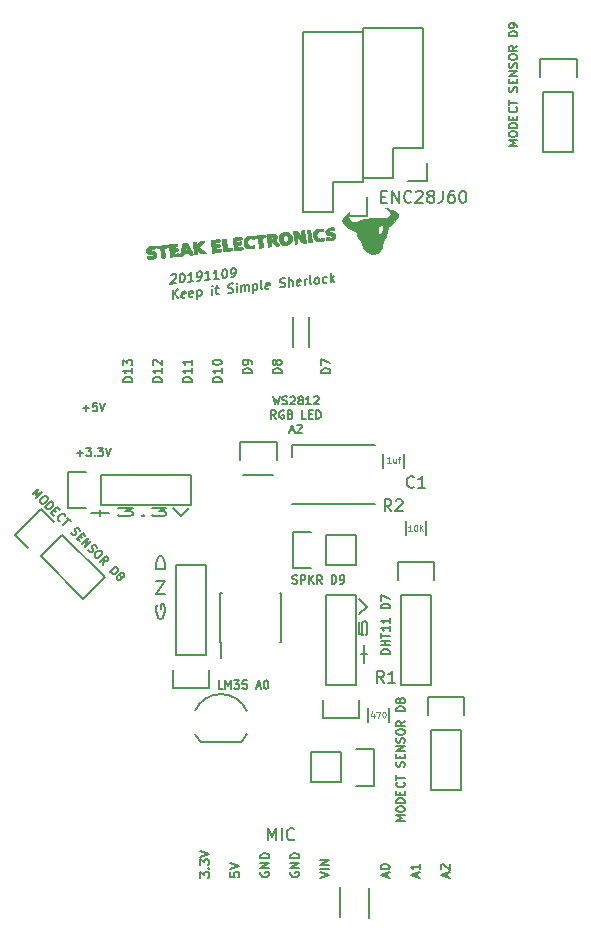
<source format=gto>
G04 #@! TF.GenerationSoftware,KiCad,Pcbnew,5.0.2+dfsg1-1~bpo9+1*
G04 #@! TF.CreationDate,2019-11-08T21:31:29-05:00*
G04 #@! TF.ProjectId,uno,756e6f2e-6b69-4636-9164-5f7063625858,v1.0*
G04 #@! TF.SameCoordinates,Original*
G04 #@! TF.FileFunction,Legend,Top*
G04 #@! TF.FilePolarity,Positive*
%FSLAX46Y46*%
G04 Gerber Fmt 4.6, Leading zero omitted, Abs format (unit mm)*
G04 Created by KiCad (PCBNEW 5.0.2+dfsg1-1~bpo9+1) date Fri 08 Nov 2019 09:31:29 PM EST*
%MOMM*%
%LPD*%
G01*
G04 APERTURE LIST*
%ADD10C,0.152400*%
%ADD11C,0.150000*%
%ADD12C,0.010000*%
%ADD13C,0.125000*%
G04 APERTURE END LIST*
D10*
X63205000Y-81563333D02*
X63305000Y-81596666D01*
X63471666Y-81596666D01*
X63538333Y-81563333D01*
X63571666Y-81530000D01*
X63605000Y-81463333D01*
X63605000Y-81396666D01*
X63571666Y-81330000D01*
X63538333Y-81296666D01*
X63471666Y-81263333D01*
X63338333Y-81230000D01*
X63271666Y-81196666D01*
X63238333Y-81163333D01*
X63205000Y-81096666D01*
X63205000Y-81030000D01*
X63238333Y-80963333D01*
X63271666Y-80930000D01*
X63338333Y-80896666D01*
X63505000Y-80896666D01*
X63605000Y-80930000D01*
X63905000Y-81596666D02*
X63905000Y-80896666D01*
X64171666Y-80896666D01*
X64238333Y-80930000D01*
X64271666Y-80963333D01*
X64305000Y-81030000D01*
X64305000Y-81130000D01*
X64271666Y-81196666D01*
X64238333Y-81230000D01*
X64171666Y-81263333D01*
X63905000Y-81263333D01*
X64605000Y-81596666D02*
X64605000Y-80896666D01*
X65005000Y-81596666D02*
X64705000Y-81196666D01*
X65005000Y-80896666D02*
X64605000Y-81296666D01*
X65705000Y-81596666D02*
X65471666Y-81263333D01*
X65305000Y-81596666D02*
X65305000Y-80896666D01*
X65571666Y-80896666D01*
X65638333Y-80930000D01*
X65671666Y-80963333D01*
X65705000Y-81030000D01*
X65705000Y-81130000D01*
X65671666Y-81196666D01*
X65638333Y-81230000D01*
X65571666Y-81263333D01*
X65305000Y-81263333D01*
X66538333Y-81596666D02*
X66538333Y-80896666D01*
X66705000Y-80896666D01*
X66805000Y-80930000D01*
X66871666Y-80996666D01*
X66905000Y-81063333D01*
X66938333Y-81196666D01*
X66938333Y-81296666D01*
X66905000Y-81430000D01*
X66871666Y-81496666D01*
X66805000Y-81563333D01*
X66705000Y-81596666D01*
X66538333Y-81596666D01*
X67271666Y-81596666D02*
X67405000Y-81596666D01*
X67471666Y-81563333D01*
X67505000Y-81530000D01*
X67571666Y-81430000D01*
X67605000Y-81296666D01*
X67605000Y-81030000D01*
X67571666Y-80963333D01*
X67538333Y-80930000D01*
X67471666Y-80896666D01*
X67338333Y-80896666D01*
X67271666Y-80930000D01*
X67238333Y-80963333D01*
X67205000Y-81030000D01*
X67205000Y-81196666D01*
X67238333Y-81263333D01*
X67271666Y-81296666D01*
X67338333Y-81330000D01*
X67471666Y-81330000D01*
X67538333Y-81296666D01*
X67571666Y-81263333D01*
X67605000Y-81196666D01*
X41207697Y-74040532D02*
X41702672Y-73545557D01*
X41514110Y-74064102D01*
X42032655Y-73875540D01*
X41537680Y-74370515D01*
X42362638Y-74205523D02*
X42456919Y-74299804D01*
X42480490Y-74370515D01*
X42480490Y-74464796D01*
X42409779Y-74582647D01*
X42244787Y-74747638D01*
X42126936Y-74818349D01*
X42032655Y-74818349D01*
X41961945Y-74794779D01*
X41867664Y-74700498D01*
X41844093Y-74629787D01*
X41844093Y-74535506D01*
X41914804Y-74417655D01*
X42079796Y-74252664D01*
X42197647Y-74181953D01*
X42291928Y-74181953D01*
X42362638Y-74205523D01*
X42291928Y-75124762D02*
X42786902Y-74629787D01*
X42904754Y-74747638D01*
X42951894Y-74841919D01*
X42951894Y-74936200D01*
X42928324Y-75006911D01*
X42857613Y-75124762D01*
X42786902Y-75195473D01*
X42669051Y-75266183D01*
X42598341Y-75289754D01*
X42504060Y-75289754D01*
X42409779Y-75242613D01*
X42291928Y-75124762D01*
X43046175Y-75360464D02*
X43211167Y-75525456D01*
X43022605Y-75855439D02*
X42786902Y-75619737D01*
X43281877Y-75124762D01*
X43517579Y-75360464D01*
X43564720Y-76303273D02*
X43517579Y-76303273D01*
X43423299Y-76256133D01*
X43376158Y-76208992D01*
X43329018Y-76114712D01*
X43329018Y-76020431D01*
X43352588Y-75949720D01*
X43423299Y-75831869D01*
X43494009Y-75761158D01*
X43611860Y-75690447D01*
X43682571Y-75666877D01*
X43776852Y-75666877D01*
X43871133Y-75714018D01*
X43918273Y-75761158D01*
X43965414Y-75855439D01*
X43965414Y-75902579D01*
X44153976Y-75996860D02*
X44436818Y-76279703D01*
X43800422Y-76633256D02*
X44295397Y-76138282D01*
X44483959Y-77269653D02*
X44531099Y-77363933D01*
X44648950Y-77481785D01*
X44719661Y-77505355D01*
X44766801Y-77505355D01*
X44837512Y-77481785D01*
X44884653Y-77434644D01*
X44908223Y-77363933D01*
X44908223Y-77316793D01*
X44884653Y-77246082D01*
X44813942Y-77128231D01*
X44790372Y-77057521D01*
X44790372Y-77010380D01*
X44813942Y-76939669D01*
X44861082Y-76892529D01*
X44931793Y-76868959D01*
X44978933Y-76868959D01*
X45049644Y-76892529D01*
X45167495Y-77010380D01*
X45214636Y-77104661D01*
X45214636Y-77528925D02*
X45379627Y-77693917D01*
X45191066Y-78023900D02*
X44955363Y-77788198D01*
X45450338Y-77293223D01*
X45686040Y-77528925D01*
X45403198Y-78236032D02*
X45898172Y-77741057D01*
X45686040Y-78518875D01*
X46181015Y-78023900D01*
X45921743Y-78707436D02*
X45968883Y-78801717D01*
X46086734Y-78919568D01*
X46157445Y-78943139D01*
X46204585Y-78943139D01*
X46275296Y-78919568D01*
X46322436Y-78872428D01*
X46346007Y-78801717D01*
X46346007Y-78754577D01*
X46322436Y-78683866D01*
X46251726Y-78566015D01*
X46228155Y-78495304D01*
X46228155Y-78448164D01*
X46251726Y-78377453D01*
X46298866Y-78330313D01*
X46369577Y-78306743D01*
X46416717Y-78306743D01*
X46487428Y-78330313D01*
X46605279Y-78448164D01*
X46652420Y-78542445D01*
X46982403Y-78825287D02*
X47076684Y-78919568D01*
X47100254Y-78990279D01*
X47100254Y-79084560D01*
X47029543Y-79202411D01*
X46864552Y-79367403D01*
X46746700Y-79438113D01*
X46652420Y-79438113D01*
X46581709Y-79414543D01*
X46487428Y-79320262D01*
X46463858Y-79249552D01*
X46463858Y-79155271D01*
X46534568Y-79037420D01*
X46699560Y-78872428D01*
X46817411Y-78801717D01*
X46911692Y-78801717D01*
X46982403Y-78825287D01*
X47194535Y-80027369D02*
X47265245Y-79626675D01*
X46911692Y-79744526D02*
X47406667Y-79249552D01*
X47595229Y-79438113D01*
X47618799Y-79508824D01*
X47618799Y-79555965D01*
X47595229Y-79626675D01*
X47524518Y-79697386D01*
X47453807Y-79720956D01*
X47406667Y-79720956D01*
X47335956Y-79697386D01*
X47147394Y-79508824D01*
X47783790Y-80616625D02*
X48278765Y-80121650D01*
X48396616Y-80239501D01*
X48443757Y-80333782D01*
X48443757Y-80428063D01*
X48420186Y-80498774D01*
X48349476Y-80616625D01*
X48278765Y-80687335D01*
X48160914Y-80758046D01*
X48090203Y-80781616D01*
X47995922Y-80781616D01*
X47901642Y-80734476D01*
X47783790Y-80616625D01*
X48632319Y-80899467D02*
X48608748Y-80828757D01*
X48608748Y-80781616D01*
X48632319Y-80710906D01*
X48655889Y-80687335D01*
X48726599Y-80663765D01*
X48773740Y-80663765D01*
X48844451Y-80687335D01*
X48938731Y-80781616D01*
X48962302Y-80852327D01*
X48962302Y-80899467D01*
X48938731Y-80970178D01*
X48915161Y-80993748D01*
X48844451Y-81017319D01*
X48797310Y-81017319D01*
X48726599Y-80993748D01*
X48632319Y-80899467D01*
X48561608Y-80875897D01*
X48514467Y-80875897D01*
X48443757Y-80899467D01*
X48349476Y-80993748D01*
X48325906Y-81064459D01*
X48325906Y-81111599D01*
X48349476Y-81182310D01*
X48443757Y-81276591D01*
X48514467Y-81300161D01*
X48561608Y-81300161D01*
X48632319Y-81276591D01*
X48726599Y-81182310D01*
X48750170Y-81111599D01*
X48750170Y-81064459D01*
X48726599Y-80993748D01*
X82231666Y-44536666D02*
X81531666Y-44536666D01*
X82031666Y-44303333D01*
X81531666Y-44070000D01*
X82231666Y-44070000D01*
X81531666Y-43603333D02*
X81531666Y-43470000D01*
X81565000Y-43403333D01*
X81631666Y-43336666D01*
X81765000Y-43303333D01*
X81998333Y-43303333D01*
X82131666Y-43336666D01*
X82198333Y-43403333D01*
X82231666Y-43470000D01*
X82231666Y-43603333D01*
X82198333Y-43670000D01*
X82131666Y-43736666D01*
X81998333Y-43770000D01*
X81765000Y-43770000D01*
X81631666Y-43736666D01*
X81565000Y-43670000D01*
X81531666Y-43603333D01*
X82231666Y-43003333D02*
X81531666Y-43003333D01*
X81531666Y-42836666D01*
X81565000Y-42736666D01*
X81631666Y-42670000D01*
X81698333Y-42636666D01*
X81831666Y-42603333D01*
X81931666Y-42603333D01*
X82065000Y-42636666D01*
X82131666Y-42670000D01*
X82198333Y-42736666D01*
X82231666Y-42836666D01*
X82231666Y-43003333D01*
X81865000Y-42303333D02*
X81865000Y-42070000D01*
X82231666Y-41970000D02*
X82231666Y-42303333D01*
X81531666Y-42303333D01*
X81531666Y-41970000D01*
X82165000Y-41270000D02*
X82198333Y-41303333D01*
X82231666Y-41403333D01*
X82231666Y-41470000D01*
X82198333Y-41570000D01*
X82131666Y-41636666D01*
X82065000Y-41670000D01*
X81931666Y-41703333D01*
X81831666Y-41703333D01*
X81698333Y-41670000D01*
X81631666Y-41636666D01*
X81565000Y-41570000D01*
X81531666Y-41470000D01*
X81531666Y-41403333D01*
X81565000Y-41303333D01*
X81598333Y-41270000D01*
X81531666Y-41070000D02*
X81531666Y-40670000D01*
X82231666Y-40870000D02*
X81531666Y-40870000D01*
X82198333Y-39936666D02*
X82231666Y-39836666D01*
X82231666Y-39670000D01*
X82198333Y-39603333D01*
X82165000Y-39570000D01*
X82098333Y-39536666D01*
X82031666Y-39536666D01*
X81965000Y-39570000D01*
X81931666Y-39603333D01*
X81898333Y-39670000D01*
X81865000Y-39803333D01*
X81831666Y-39870000D01*
X81798333Y-39903333D01*
X81731666Y-39936666D01*
X81665000Y-39936666D01*
X81598333Y-39903333D01*
X81565000Y-39870000D01*
X81531666Y-39803333D01*
X81531666Y-39636666D01*
X81565000Y-39536666D01*
X81865000Y-39236666D02*
X81865000Y-39003333D01*
X82231666Y-38903333D02*
X82231666Y-39236666D01*
X81531666Y-39236666D01*
X81531666Y-38903333D01*
X82231666Y-38603333D02*
X81531666Y-38603333D01*
X82231666Y-38203333D01*
X81531666Y-38203333D01*
X82198333Y-37903333D02*
X82231666Y-37803333D01*
X82231666Y-37636666D01*
X82198333Y-37570000D01*
X82165000Y-37536666D01*
X82098333Y-37503333D01*
X82031666Y-37503333D01*
X81965000Y-37536666D01*
X81931666Y-37570000D01*
X81898333Y-37636666D01*
X81865000Y-37770000D01*
X81831666Y-37836666D01*
X81798333Y-37870000D01*
X81731666Y-37903333D01*
X81665000Y-37903333D01*
X81598333Y-37870000D01*
X81565000Y-37836666D01*
X81531666Y-37770000D01*
X81531666Y-37603333D01*
X81565000Y-37503333D01*
X81531666Y-37070000D02*
X81531666Y-36936666D01*
X81565000Y-36870000D01*
X81631666Y-36803333D01*
X81765000Y-36770000D01*
X81998333Y-36770000D01*
X82131666Y-36803333D01*
X82198333Y-36870000D01*
X82231666Y-36936666D01*
X82231666Y-37070000D01*
X82198333Y-37136666D01*
X82131666Y-37203333D01*
X81998333Y-37236666D01*
X81765000Y-37236666D01*
X81631666Y-37203333D01*
X81565000Y-37136666D01*
X81531666Y-37070000D01*
X82231666Y-36070000D02*
X81898333Y-36303333D01*
X82231666Y-36470000D02*
X81531666Y-36470000D01*
X81531666Y-36203333D01*
X81565000Y-36136666D01*
X81598333Y-36103333D01*
X81665000Y-36070000D01*
X81765000Y-36070000D01*
X81831666Y-36103333D01*
X81865000Y-36136666D01*
X81898333Y-36203333D01*
X81898333Y-36470000D01*
X82231666Y-35236666D02*
X81531666Y-35236666D01*
X81531666Y-35070000D01*
X81565000Y-34970000D01*
X81631666Y-34903333D01*
X81698333Y-34870000D01*
X81831666Y-34836666D01*
X81931666Y-34836666D01*
X82065000Y-34870000D01*
X82131666Y-34903333D01*
X82198333Y-34970000D01*
X82231666Y-35070000D01*
X82231666Y-35236666D01*
X82231666Y-34503333D02*
X82231666Y-34370000D01*
X82198333Y-34303333D01*
X82165000Y-34270000D01*
X82065000Y-34203333D01*
X81931666Y-34170000D01*
X81665000Y-34170000D01*
X81598333Y-34203333D01*
X81565000Y-34236666D01*
X81531666Y-34303333D01*
X81531666Y-34436666D01*
X81565000Y-34503333D01*
X81598333Y-34536666D01*
X81665000Y-34570000D01*
X81831666Y-34570000D01*
X81898333Y-34536666D01*
X81931666Y-34503333D01*
X81965000Y-34436666D01*
X81965000Y-34303333D01*
X81931666Y-34236666D01*
X81898333Y-34203333D01*
X81831666Y-34170000D01*
X72706666Y-101686666D02*
X72006666Y-101686666D01*
X72506666Y-101453333D01*
X72006666Y-101220000D01*
X72706666Y-101220000D01*
X72006666Y-100753333D02*
X72006666Y-100620000D01*
X72040000Y-100553333D01*
X72106666Y-100486666D01*
X72240000Y-100453333D01*
X72473333Y-100453333D01*
X72606666Y-100486666D01*
X72673333Y-100553333D01*
X72706666Y-100620000D01*
X72706666Y-100753333D01*
X72673333Y-100820000D01*
X72606666Y-100886666D01*
X72473333Y-100920000D01*
X72240000Y-100920000D01*
X72106666Y-100886666D01*
X72040000Y-100820000D01*
X72006666Y-100753333D01*
X72706666Y-100153333D02*
X72006666Y-100153333D01*
X72006666Y-99986666D01*
X72040000Y-99886666D01*
X72106666Y-99820000D01*
X72173333Y-99786666D01*
X72306666Y-99753333D01*
X72406666Y-99753333D01*
X72540000Y-99786666D01*
X72606666Y-99820000D01*
X72673333Y-99886666D01*
X72706666Y-99986666D01*
X72706666Y-100153333D01*
X72340000Y-99453333D02*
X72340000Y-99220000D01*
X72706666Y-99120000D02*
X72706666Y-99453333D01*
X72006666Y-99453333D01*
X72006666Y-99120000D01*
X72640000Y-98420000D02*
X72673333Y-98453333D01*
X72706666Y-98553333D01*
X72706666Y-98620000D01*
X72673333Y-98720000D01*
X72606666Y-98786666D01*
X72540000Y-98820000D01*
X72406666Y-98853333D01*
X72306666Y-98853333D01*
X72173333Y-98820000D01*
X72106666Y-98786666D01*
X72040000Y-98720000D01*
X72006666Y-98620000D01*
X72006666Y-98553333D01*
X72040000Y-98453333D01*
X72073333Y-98420000D01*
X72006666Y-98220000D02*
X72006666Y-97820000D01*
X72706666Y-98020000D02*
X72006666Y-98020000D01*
X72673333Y-97086666D02*
X72706666Y-96986666D01*
X72706666Y-96820000D01*
X72673333Y-96753333D01*
X72640000Y-96720000D01*
X72573333Y-96686666D01*
X72506666Y-96686666D01*
X72440000Y-96720000D01*
X72406666Y-96753333D01*
X72373333Y-96820000D01*
X72340000Y-96953333D01*
X72306666Y-97020000D01*
X72273333Y-97053333D01*
X72206666Y-97086666D01*
X72140000Y-97086666D01*
X72073333Y-97053333D01*
X72040000Y-97020000D01*
X72006666Y-96953333D01*
X72006666Y-96786666D01*
X72040000Y-96686666D01*
X72340000Y-96386666D02*
X72340000Y-96153333D01*
X72706666Y-96053333D02*
X72706666Y-96386666D01*
X72006666Y-96386666D01*
X72006666Y-96053333D01*
X72706666Y-95753333D02*
X72006666Y-95753333D01*
X72706666Y-95353333D01*
X72006666Y-95353333D01*
X72673333Y-95053333D02*
X72706666Y-94953333D01*
X72706666Y-94786666D01*
X72673333Y-94720000D01*
X72640000Y-94686666D01*
X72573333Y-94653333D01*
X72506666Y-94653333D01*
X72440000Y-94686666D01*
X72406666Y-94720000D01*
X72373333Y-94786666D01*
X72340000Y-94920000D01*
X72306666Y-94986666D01*
X72273333Y-95020000D01*
X72206666Y-95053333D01*
X72140000Y-95053333D01*
X72073333Y-95020000D01*
X72040000Y-94986666D01*
X72006666Y-94920000D01*
X72006666Y-94753333D01*
X72040000Y-94653333D01*
X72006666Y-94220000D02*
X72006666Y-94086666D01*
X72040000Y-94020000D01*
X72106666Y-93953333D01*
X72240000Y-93920000D01*
X72473333Y-93920000D01*
X72606666Y-93953333D01*
X72673333Y-94020000D01*
X72706666Y-94086666D01*
X72706666Y-94220000D01*
X72673333Y-94286666D01*
X72606666Y-94353333D01*
X72473333Y-94386666D01*
X72240000Y-94386666D01*
X72106666Y-94353333D01*
X72040000Y-94286666D01*
X72006666Y-94220000D01*
X72706666Y-93220000D02*
X72373333Y-93453333D01*
X72706666Y-93620000D02*
X72006666Y-93620000D01*
X72006666Y-93353333D01*
X72040000Y-93286666D01*
X72073333Y-93253333D01*
X72140000Y-93220000D01*
X72240000Y-93220000D01*
X72306666Y-93253333D01*
X72340000Y-93286666D01*
X72373333Y-93353333D01*
X72373333Y-93620000D01*
X72706666Y-92386666D02*
X72006666Y-92386666D01*
X72006666Y-92220000D01*
X72040000Y-92120000D01*
X72106666Y-92053333D01*
X72173333Y-92020000D01*
X72306666Y-91986666D01*
X72406666Y-91986666D01*
X72540000Y-92020000D01*
X72606666Y-92053333D01*
X72673333Y-92120000D01*
X72706666Y-92220000D01*
X72706666Y-92386666D01*
X72306666Y-91586666D02*
X72273333Y-91653333D01*
X72240000Y-91686666D01*
X72173333Y-91720000D01*
X72140000Y-91720000D01*
X72073333Y-91686666D01*
X72040000Y-91653333D01*
X72006666Y-91586666D01*
X72006666Y-91453333D01*
X72040000Y-91386666D01*
X72073333Y-91353333D01*
X72140000Y-91320000D01*
X72173333Y-91320000D01*
X72240000Y-91353333D01*
X72273333Y-91386666D01*
X72306666Y-91453333D01*
X72306666Y-91586666D01*
X72340000Y-91653333D01*
X72373333Y-91686666D01*
X72440000Y-91720000D01*
X72573333Y-91720000D01*
X72640000Y-91686666D01*
X72673333Y-91653333D01*
X72706666Y-91586666D01*
X72706666Y-91453333D01*
X72673333Y-91386666D01*
X72640000Y-91353333D01*
X72573333Y-91320000D01*
X72440000Y-91320000D01*
X72373333Y-91353333D01*
X72340000Y-91386666D01*
X72306666Y-91453333D01*
X46165000Y-75615000D02*
X47688809Y-75615000D01*
X46926904Y-75881666D02*
X46926904Y-75348333D01*
X48450714Y-75181666D02*
X49688809Y-75181666D01*
X49022142Y-75448333D01*
X49307857Y-75448333D01*
X49498333Y-75481666D01*
X49593571Y-75515000D01*
X49688809Y-75581666D01*
X49688809Y-75748333D01*
X49593571Y-75815000D01*
X49498333Y-75848333D01*
X49307857Y-75881666D01*
X48736428Y-75881666D01*
X48545952Y-75848333D01*
X48450714Y-75815000D01*
X50545952Y-75815000D02*
X50641190Y-75848333D01*
X50545952Y-75881666D01*
X50450714Y-75848333D01*
X50545952Y-75815000D01*
X50545952Y-75881666D01*
X51307857Y-75181666D02*
X52545952Y-75181666D01*
X51879285Y-75448333D01*
X52165000Y-75448333D01*
X52355476Y-75481666D01*
X52450714Y-75515000D01*
X52545952Y-75581666D01*
X52545952Y-75748333D01*
X52450714Y-75815000D01*
X52355476Y-75848333D01*
X52165000Y-75881666D01*
X51593571Y-75881666D01*
X51403095Y-75848333D01*
X51307857Y-75815000D01*
X53117380Y-75181666D02*
X53784047Y-75881666D01*
X54450714Y-75181666D01*
X71436666Y-87523333D02*
X70736666Y-87523333D01*
X70736666Y-87356666D01*
X70770000Y-87256666D01*
X70836666Y-87190000D01*
X70903333Y-87156666D01*
X71036666Y-87123333D01*
X71136666Y-87123333D01*
X71270000Y-87156666D01*
X71336666Y-87190000D01*
X71403333Y-87256666D01*
X71436666Y-87356666D01*
X71436666Y-87523333D01*
X71436666Y-86823333D02*
X70736666Y-86823333D01*
X71070000Y-86823333D02*
X71070000Y-86423333D01*
X71436666Y-86423333D02*
X70736666Y-86423333D01*
X70736666Y-86190000D02*
X70736666Y-85790000D01*
X71436666Y-85990000D02*
X70736666Y-85990000D01*
X71436666Y-85190000D02*
X71436666Y-85590000D01*
X71436666Y-85390000D02*
X70736666Y-85390000D01*
X70836666Y-85456666D01*
X70903333Y-85523333D01*
X70936666Y-85590000D01*
X71436666Y-84523333D02*
X71436666Y-84923333D01*
X71436666Y-84723333D02*
X70736666Y-84723333D01*
X70836666Y-84790000D01*
X70903333Y-84856666D01*
X70936666Y-84923333D01*
X71436666Y-83690000D02*
X70736666Y-83690000D01*
X70736666Y-83523333D01*
X70770000Y-83423333D01*
X70836666Y-83356666D01*
X70903333Y-83323333D01*
X71036666Y-83290000D01*
X71136666Y-83290000D01*
X71270000Y-83323333D01*
X71336666Y-83356666D01*
X71403333Y-83423333D01*
X71436666Y-83523333D01*
X71436666Y-83690000D01*
X70736666Y-83056666D02*
X70736666Y-82590000D01*
X71436666Y-82890000D01*
X69265000Y-88296428D02*
X69265000Y-86772619D01*
X69531666Y-87534523D02*
X68998333Y-87534523D01*
X68831666Y-84867857D02*
X68831666Y-85820238D01*
X69165000Y-85915476D01*
X69131666Y-85820238D01*
X69098333Y-85629761D01*
X69098333Y-85153571D01*
X69131666Y-84963095D01*
X69165000Y-84867857D01*
X69231666Y-84772619D01*
X69398333Y-84772619D01*
X69465000Y-84867857D01*
X69498333Y-84963095D01*
X69531666Y-85153571D01*
X69531666Y-85629761D01*
X69498333Y-85820238D01*
X69465000Y-85915476D01*
X68831666Y-84201190D02*
X69531666Y-83534523D01*
X68831666Y-82867857D01*
X70714809Y-48822428D02*
X71053476Y-48822428D01*
X71198619Y-49354619D02*
X70714809Y-49354619D01*
X70714809Y-48338619D01*
X71198619Y-48338619D01*
X71634047Y-49354619D02*
X71634047Y-48338619D01*
X72214619Y-49354619D01*
X72214619Y-48338619D01*
X73279000Y-49257857D02*
X73230619Y-49306238D01*
X73085476Y-49354619D01*
X72988714Y-49354619D01*
X72843571Y-49306238D01*
X72746809Y-49209476D01*
X72698428Y-49112714D01*
X72650047Y-48919190D01*
X72650047Y-48774047D01*
X72698428Y-48580523D01*
X72746809Y-48483761D01*
X72843571Y-48387000D01*
X72988714Y-48338619D01*
X73085476Y-48338619D01*
X73230619Y-48387000D01*
X73279000Y-48435380D01*
X73666047Y-48435380D02*
X73714428Y-48387000D01*
X73811190Y-48338619D01*
X74053095Y-48338619D01*
X74149857Y-48387000D01*
X74198238Y-48435380D01*
X74246619Y-48532142D01*
X74246619Y-48628904D01*
X74198238Y-48774047D01*
X73617666Y-49354619D01*
X74246619Y-49354619D01*
X74827190Y-48774047D02*
X74730428Y-48725666D01*
X74682047Y-48677285D01*
X74633666Y-48580523D01*
X74633666Y-48532142D01*
X74682047Y-48435380D01*
X74730428Y-48387000D01*
X74827190Y-48338619D01*
X75020714Y-48338619D01*
X75117476Y-48387000D01*
X75165857Y-48435380D01*
X75214238Y-48532142D01*
X75214238Y-48580523D01*
X75165857Y-48677285D01*
X75117476Y-48725666D01*
X75020714Y-48774047D01*
X74827190Y-48774047D01*
X74730428Y-48822428D01*
X74682047Y-48870809D01*
X74633666Y-48967571D01*
X74633666Y-49161095D01*
X74682047Y-49257857D01*
X74730428Y-49306238D01*
X74827190Y-49354619D01*
X75020714Y-49354619D01*
X75117476Y-49306238D01*
X75165857Y-49257857D01*
X75214238Y-49161095D01*
X75214238Y-48967571D01*
X75165857Y-48870809D01*
X75117476Y-48822428D01*
X75020714Y-48774047D01*
X75939952Y-48338619D02*
X75939952Y-49064333D01*
X75891571Y-49209476D01*
X75794809Y-49306238D01*
X75649666Y-49354619D01*
X75552904Y-49354619D01*
X76859190Y-48338619D02*
X76665666Y-48338619D01*
X76568904Y-48387000D01*
X76520523Y-48435380D01*
X76423761Y-48580523D01*
X76375380Y-48774047D01*
X76375380Y-49161095D01*
X76423761Y-49257857D01*
X76472142Y-49306238D01*
X76568904Y-49354619D01*
X76762428Y-49354619D01*
X76859190Y-49306238D01*
X76907571Y-49257857D01*
X76955952Y-49161095D01*
X76955952Y-48919190D01*
X76907571Y-48822428D01*
X76859190Y-48774047D01*
X76762428Y-48725666D01*
X76568904Y-48725666D01*
X76472142Y-48774047D01*
X76423761Y-48822428D01*
X76375380Y-48919190D01*
X77584904Y-48338619D02*
X77681666Y-48338619D01*
X77778428Y-48387000D01*
X77826809Y-48435380D01*
X77875190Y-48532142D01*
X77923571Y-48725666D01*
X77923571Y-48967571D01*
X77875190Y-49161095D01*
X77826809Y-49257857D01*
X77778428Y-49306238D01*
X77681666Y-49354619D01*
X77584904Y-49354619D01*
X77488142Y-49306238D01*
X77439761Y-49257857D01*
X77391380Y-49161095D01*
X77343000Y-48967571D01*
X77343000Y-48725666D01*
X77391380Y-48532142D01*
X77439761Y-48435380D01*
X77488142Y-48387000D01*
X77584904Y-48338619D01*
X61141428Y-103329619D02*
X61141428Y-102313619D01*
X61480095Y-103039333D01*
X61818761Y-102313619D01*
X61818761Y-103329619D01*
X62302571Y-103329619D02*
X62302571Y-102313619D01*
X63366952Y-103232857D02*
X63318571Y-103281238D01*
X63173428Y-103329619D01*
X63076666Y-103329619D01*
X62931523Y-103281238D01*
X62834761Y-103184476D01*
X62786380Y-103087714D01*
X62738000Y-102894190D01*
X62738000Y-102749047D01*
X62786380Y-102555523D01*
X62834761Y-102458761D01*
X62931523Y-102362000D01*
X63076666Y-102313619D01*
X63173428Y-102313619D01*
X63318571Y-102362000D01*
X63366952Y-102410380D01*
X52934346Y-55493013D02*
X52971151Y-55452659D01*
X53044043Y-55408512D01*
X53224478Y-55389548D01*
X53295934Y-55418523D01*
X53331303Y-55451291D01*
X53365954Y-55520621D01*
X53364518Y-55593743D01*
X53326277Y-55707219D01*
X52884618Y-56191466D01*
X53353748Y-56142158D01*
X53837956Y-55325069D02*
X53910130Y-55317483D01*
X53981586Y-55346458D01*
X54016955Y-55379227D01*
X54051606Y-55448556D01*
X54084821Y-55591007D01*
X54081231Y-55773812D01*
X54042272Y-55923849D01*
X54004749Y-56000764D01*
X53967944Y-56041118D01*
X53895052Y-56085265D01*
X53822878Y-56092851D01*
X53751422Y-56063876D01*
X53716053Y-56031107D01*
X53681403Y-55961778D01*
X53648187Y-55819327D01*
X53651777Y-55636522D01*
X53690736Y-55486485D01*
X53728259Y-55409570D01*
X53765064Y-55369216D01*
X53837956Y-55325069D01*
X54797226Y-55990443D02*
X54364182Y-56035958D01*
X54580704Y-56013200D02*
X54595782Y-55245418D01*
X54521454Y-55362687D01*
X54447844Y-55443395D01*
X54374952Y-55487542D01*
X55158095Y-55952514D02*
X55302443Y-55937342D01*
X55375335Y-55893196D01*
X55412140Y-55852842D01*
X55486467Y-55735573D01*
X55525426Y-55585536D01*
X55531170Y-55293047D01*
X55496519Y-55223718D01*
X55461150Y-55190950D01*
X55389694Y-55161975D01*
X55245346Y-55177146D01*
X55172455Y-55221293D01*
X55135650Y-55261647D01*
X55098127Y-55338562D01*
X55094537Y-55521367D01*
X55129188Y-55590696D01*
X55164557Y-55623465D01*
X55236013Y-55652440D01*
X55380360Y-55637268D01*
X55453252Y-55593121D01*
X55490057Y-55552767D01*
X55527580Y-55475852D01*
X56240703Y-55838727D02*
X55807660Y-55884242D01*
X56024182Y-55861485D02*
X56039259Y-55093703D01*
X55964931Y-55210972D01*
X55891321Y-55291679D01*
X55818430Y-55335826D01*
X56962442Y-55762869D02*
X56529399Y-55808384D01*
X56745920Y-55785627D02*
X56760998Y-55017845D01*
X56686670Y-55135114D01*
X56613060Y-55215822D01*
X56540168Y-55259968D01*
X57446650Y-54945780D02*
X57518823Y-54938194D01*
X57590279Y-54967169D01*
X57625648Y-54999938D01*
X57660299Y-55069267D01*
X57693514Y-55211718D01*
X57689924Y-55394523D01*
X57650966Y-55544560D01*
X57613443Y-55621475D01*
X57576638Y-55661829D01*
X57503746Y-55705976D01*
X57431572Y-55713562D01*
X57360116Y-55684587D01*
X57324747Y-55651818D01*
X57290096Y-55582489D01*
X57256881Y-55440038D01*
X57260471Y-55257233D01*
X57299430Y-55107196D01*
X57336953Y-55030281D01*
X57373758Y-54989927D01*
X57446650Y-54945780D01*
X58045050Y-55649083D02*
X58189398Y-55633911D01*
X58262290Y-55589764D01*
X58299095Y-55549410D01*
X58373422Y-55432142D01*
X58412381Y-55282104D01*
X58418125Y-54989616D01*
X58383474Y-54920287D01*
X58348105Y-54887519D01*
X58276649Y-54858543D01*
X58132301Y-54873715D01*
X58059410Y-54917862D01*
X58022605Y-54958216D01*
X57985082Y-55035131D01*
X57981492Y-55217936D01*
X58016143Y-55287265D01*
X58051512Y-55320033D01*
X58122968Y-55349009D01*
X58267315Y-55333837D01*
X58340207Y-55289690D01*
X58377012Y-55249336D01*
X58414535Y-55172421D01*
X53092198Y-57472184D02*
X53107275Y-56704402D01*
X53525241Y-57426670D02*
X53209074Y-57022073D01*
X53540319Y-56658888D02*
X53098660Y-57143135D01*
X54139437Y-57325629D02*
X54066545Y-57369776D01*
X53922197Y-57384948D01*
X53850742Y-57355973D01*
X53816091Y-57286643D01*
X53821834Y-56994155D01*
X53859357Y-56917240D01*
X53932249Y-56873093D01*
X54076597Y-56857922D01*
X54148053Y-56886897D01*
X54182704Y-56956226D01*
X54181268Y-57029348D01*
X53818962Y-57140399D01*
X54789002Y-57257357D02*
X54716110Y-57301504D01*
X54571762Y-57316676D01*
X54500306Y-57287700D01*
X54465655Y-57218371D01*
X54471399Y-56925883D01*
X54508922Y-56848968D01*
X54581814Y-56804821D01*
X54726162Y-56789650D01*
X54797618Y-56818625D01*
X54832269Y-56887954D01*
X54830833Y-56961076D01*
X54468527Y-57072127D01*
X55159205Y-56744135D02*
X55144127Y-57511917D01*
X55158487Y-56780696D02*
X55231379Y-56736549D01*
X55375727Y-56721378D01*
X55447182Y-56750353D01*
X55482551Y-56783121D01*
X55517202Y-56852450D01*
X55512895Y-57071816D01*
X55475372Y-57148731D01*
X55438567Y-57189085D01*
X55365675Y-57233232D01*
X55221327Y-57248404D01*
X55149871Y-57219428D01*
X56412196Y-57123238D02*
X56422248Y-56611384D01*
X56427274Y-56355456D02*
X56390469Y-56395810D01*
X56425838Y-56428578D01*
X56462643Y-56388225D01*
X56427274Y-56355456D01*
X56425838Y-56428578D01*
X56674856Y-56584833D02*
X56963552Y-56554490D01*
X56788143Y-56317527D02*
X56775219Y-56975626D01*
X56809870Y-57044956D01*
X56881326Y-57073931D01*
X56953500Y-57066345D01*
X57748131Y-56946340D02*
X57855674Y-56971523D01*
X58036108Y-56952558D01*
X58109000Y-56908412D01*
X58145805Y-56868058D01*
X58183328Y-56791143D01*
X58184764Y-56718020D01*
X58150113Y-56648691D01*
X58114744Y-56615923D01*
X58043288Y-56586948D01*
X57899658Y-56565558D01*
X57828202Y-56536583D01*
X57792833Y-56503815D01*
X57758182Y-56434486D01*
X57759618Y-56361364D01*
X57797141Y-56284449D01*
X57833946Y-56244095D01*
X57906838Y-56199948D01*
X58087273Y-56180983D01*
X58194816Y-56206166D01*
X58505238Y-56903251D02*
X58515290Y-56391396D01*
X58520316Y-56135469D02*
X58483511Y-56175823D01*
X58518880Y-56208591D01*
X58555685Y-56168237D01*
X58520316Y-56135469D01*
X58518880Y-56208591D01*
X58866108Y-56865322D02*
X58876160Y-56353467D01*
X58874724Y-56426589D02*
X58911528Y-56386235D01*
X58984420Y-56342089D01*
X59092681Y-56330710D01*
X59164137Y-56359685D01*
X59198788Y-56429014D01*
X59190890Y-56831186D01*
X59198788Y-56429014D02*
X59236311Y-56352099D01*
X59309203Y-56307953D01*
X59417464Y-56296574D01*
X59488919Y-56325549D01*
X59523570Y-56394878D01*
X59515673Y-56797050D01*
X59886594Y-56247266D02*
X59871516Y-57015048D01*
X59885876Y-56283827D02*
X59958768Y-56239680D01*
X60103115Y-56224509D01*
X60174571Y-56253484D01*
X60209940Y-56286252D01*
X60244591Y-56355582D01*
X60240283Y-56574948D01*
X60202760Y-56651863D01*
X60165956Y-56692217D01*
X60093064Y-56736364D01*
X59948716Y-56751535D01*
X59877260Y-56722560D01*
X60670455Y-56675677D02*
X60598999Y-56646702D01*
X60564348Y-56577373D01*
X60577271Y-55919274D01*
X61248564Y-56578430D02*
X61175672Y-56622577D01*
X61031324Y-56637748D01*
X60959868Y-56608773D01*
X60925217Y-56539444D01*
X60930961Y-56246956D01*
X60968484Y-56170041D01*
X61041376Y-56125894D01*
X61185723Y-56110722D01*
X61257179Y-56139697D01*
X61291830Y-56209027D01*
X61290394Y-56282149D01*
X60928089Y-56393200D01*
X62150737Y-56483608D02*
X62258280Y-56508790D01*
X62438715Y-56489826D01*
X62511606Y-56445679D01*
X62548411Y-56405325D01*
X62585934Y-56328410D01*
X62587370Y-56255288D01*
X62552719Y-56185959D01*
X62517350Y-56153191D01*
X62445894Y-56124215D01*
X62302265Y-56102826D01*
X62230809Y-56073851D01*
X62195440Y-56041082D01*
X62160789Y-55971753D01*
X62162225Y-55898631D01*
X62199748Y-55821716D01*
X62236553Y-55781362D01*
X62309444Y-55737215D01*
X62489879Y-55718251D01*
X62597422Y-55743433D01*
X62907845Y-56440518D02*
X62922922Y-55672736D01*
X63232627Y-56406382D02*
X63240525Y-56004211D01*
X63205874Y-55934881D01*
X63134418Y-55905906D01*
X63026157Y-55917285D01*
X62953265Y-55961432D01*
X62916461Y-56001786D01*
X63882910Y-56301549D02*
X63810018Y-56345696D01*
X63665670Y-56360867D01*
X63594215Y-56331892D01*
X63559564Y-56262563D01*
X63565307Y-55970075D01*
X63602830Y-55893160D01*
X63675722Y-55849013D01*
X63820070Y-55833841D01*
X63891526Y-55862817D01*
X63926177Y-55932146D01*
X63924741Y-56005268D01*
X63562436Y-56116319D01*
X64243061Y-56300181D02*
X64253113Y-55788327D01*
X64250241Y-55934571D02*
X64287764Y-55857656D01*
X64324569Y-55817302D01*
X64397461Y-55773155D01*
X64469635Y-55765569D01*
X64820452Y-56239495D02*
X64748997Y-56210520D01*
X64714346Y-56141191D01*
X64727269Y-55483092D01*
X65217409Y-56197773D02*
X65145953Y-56168798D01*
X65110584Y-56136030D01*
X65075933Y-56066701D01*
X65080241Y-55847334D01*
X65117764Y-55770419D01*
X65154569Y-55730065D01*
X65227460Y-55685919D01*
X65335721Y-55674540D01*
X65407177Y-55703515D01*
X65442546Y-55736283D01*
X65477197Y-55805613D01*
X65472889Y-56024979D01*
X65435366Y-56101894D01*
X65398561Y-56142248D01*
X65325670Y-56186395D01*
X65217409Y-56197773D01*
X66120300Y-56066390D02*
X66047408Y-56110537D01*
X65903061Y-56125708D01*
X65831605Y-56096733D01*
X65796236Y-56063965D01*
X65761585Y-55994636D01*
X65765893Y-55775269D01*
X65803416Y-55698354D01*
X65840220Y-55658000D01*
X65913112Y-55613854D01*
X66057460Y-55598682D01*
X66128916Y-55627657D01*
X66444365Y-56068815D02*
X66459442Y-55301033D01*
X66522282Y-55768741D02*
X66733060Y-56038472D01*
X66743112Y-55526617D02*
X66448673Y-55849449D01*
X44955000Y-70535000D02*
X45488333Y-70535000D01*
X45221666Y-70801666D02*
X45221666Y-70268333D01*
X45755000Y-70101666D02*
X46188333Y-70101666D01*
X45955000Y-70368333D01*
X46055000Y-70368333D01*
X46121666Y-70401666D01*
X46155000Y-70435000D01*
X46188333Y-70501666D01*
X46188333Y-70668333D01*
X46155000Y-70735000D01*
X46121666Y-70768333D01*
X46055000Y-70801666D01*
X45855000Y-70801666D01*
X45788333Y-70768333D01*
X45755000Y-70735000D01*
X46488333Y-70735000D02*
X46521666Y-70768333D01*
X46488333Y-70801666D01*
X46455000Y-70768333D01*
X46488333Y-70735000D01*
X46488333Y-70801666D01*
X46755000Y-70101666D02*
X47188333Y-70101666D01*
X46955000Y-70368333D01*
X47055000Y-70368333D01*
X47121666Y-70401666D01*
X47155000Y-70435000D01*
X47188333Y-70501666D01*
X47188333Y-70668333D01*
X47155000Y-70735000D01*
X47121666Y-70768333D01*
X47055000Y-70801666D01*
X46855000Y-70801666D01*
X46788333Y-70768333D01*
X46755000Y-70735000D01*
X47388333Y-70101666D02*
X47621666Y-70801666D01*
X47855000Y-70101666D01*
X45455000Y-66725000D02*
X45988333Y-66725000D01*
X45721666Y-66991666D02*
X45721666Y-66458333D01*
X46655000Y-66291666D02*
X46321666Y-66291666D01*
X46288333Y-66625000D01*
X46321666Y-66591666D01*
X46388333Y-66558333D01*
X46555000Y-66558333D01*
X46621666Y-66591666D01*
X46655000Y-66625000D01*
X46688333Y-66691666D01*
X46688333Y-66858333D01*
X46655000Y-66925000D01*
X46621666Y-66958333D01*
X46555000Y-66991666D01*
X46388333Y-66991666D01*
X46321666Y-66958333D01*
X46288333Y-66925000D01*
X46888333Y-66291666D02*
X47121666Y-66991666D01*
X47355000Y-66291666D01*
X61533333Y-65724266D02*
X61700000Y-66424266D01*
X61833333Y-65924266D01*
X61966666Y-66424266D01*
X62133333Y-65724266D01*
X62366666Y-66390933D02*
X62466666Y-66424266D01*
X62633333Y-66424266D01*
X62700000Y-66390933D01*
X62733333Y-66357600D01*
X62766666Y-66290933D01*
X62766666Y-66224266D01*
X62733333Y-66157600D01*
X62700000Y-66124266D01*
X62633333Y-66090933D01*
X62500000Y-66057600D01*
X62433333Y-66024266D01*
X62400000Y-65990933D01*
X62366666Y-65924266D01*
X62366666Y-65857600D01*
X62400000Y-65790933D01*
X62433333Y-65757600D01*
X62500000Y-65724266D01*
X62666666Y-65724266D01*
X62766666Y-65757600D01*
X63033333Y-65790933D02*
X63066666Y-65757600D01*
X63133333Y-65724266D01*
X63300000Y-65724266D01*
X63366666Y-65757600D01*
X63400000Y-65790933D01*
X63433333Y-65857600D01*
X63433333Y-65924266D01*
X63400000Y-66024266D01*
X63000000Y-66424266D01*
X63433333Y-66424266D01*
X63833333Y-66024266D02*
X63766666Y-65990933D01*
X63733333Y-65957600D01*
X63700000Y-65890933D01*
X63700000Y-65857600D01*
X63733333Y-65790933D01*
X63766666Y-65757600D01*
X63833333Y-65724266D01*
X63966666Y-65724266D01*
X64033333Y-65757600D01*
X64066666Y-65790933D01*
X64100000Y-65857600D01*
X64100000Y-65890933D01*
X64066666Y-65957600D01*
X64033333Y-65990933D01*
X63966666Y-66024266D01*
X63833333Y-66024266D01*
X63766666Y-66057600D01*
X63733333Y-66090933D01*
X63700000Y-66157600D01*
X63700000Y-66290933D01*
X63733333Y-66357600D01*
X63766666Y-66390933D01*
X63833333Y-66424266D01*
X63966666Y-66424266D01*
X64033333Y-66390933D01*
X64066666Y-66357600D01*
X64100000Y-66290933D01*
X64100000Y-66157600D01*
X64066666Y-66090933D01*
X64033333Y-66057600D01*
X63966666Y-66024266D01*
X64766666Y-66424266D02*
X64366666Y-66424266D01*
X64566666Y-66424266D02*
X64566666Y-65724266D01*
X64500000Y-65824266D01*
X64433333Y-65890933D01*
X64366666Y-65924266D01*
X65033333Y-65790933D02*
X65066666Y-65757600D01*
X65133333Y-65724266D01*
X65300000Y-65724266D01*
X65366666Y-65757600D01*
X65400000Y-65790933D01*
X65433333Y-65857600D01*
X65433333Y-65924266D01*
X65400000Y-66024266D01*
X65000000Y-66424266D01*
X65433333Y-66424266D01*
X61800000Y-67626666D02*
X61566666Y-67293333D01*
X61400000Y-67626666D02*
X61400000Y-66926666D01*
X61666666Y-66926666D01*
X61733333Y-66960000D01*
X61766666Y-66993333D01*
X61800000Y-67060000D01*
X61800000Y-67160000D01*
X61766666Y-67226666D01*
X61733333Y-67260000D01*
X61666666Y-67293333D01*
X61400000Y-67293333D01*
X62466666Y-66960000D02*
X62400000Y-66926666D01*
X62300000Y-66926666D01*
X62200000Y-66960000D01*
X62133333Y-67026666D01*
X62100000Y-67093333D01*
X62066666Y-67226666D01*
X62066666Y-67326666D01*
X62100000Y-67460000D01*
X62133333Y-67526666D01*
X62200000Y-67593333D01*
X62300000Y-67626666D01*
X62366666Y-67626666D01*
X62466666Y-67593333D01*
X62500000Y-67560000D01*
X62500000Y-67326666D01*
X62366666Y-67326666D01*
X63033333Y-67260000D02*
X63133333Y-67293333D01*
X63166666Y-67326666D01*
X63200000Y-67393333D01*
X63200000Y-67493333D01*
X63166666Y-67560000D01*
X63133333Y-67593333D01*
X63066666Y-67626666D01*
X62800000Y-67626666D01*
X62800000Y-66926666D01*
X63033333Y-66926666D01*
X63100000Y-66960000D01*
X63133333Y-66993333D01*
X63166666Y-67060000D01*
X63166666Y-67126666D01*
X63133333Y-67193333D01*
X63100000Y-67226666D01*
X63033333Y-67260000D01*
X62800000Y-67260000D01*
X64366666Y-67626666D02*
X64033333Y-67626666D01*
X64033333Y-66926666D01*
X64600000Y-67260000D02*
X64833333Y-67260000D01*
X64933333Y-67626666D02*
X64600000Y-67626666D01*
X64600000Y-66926666D01*
X64933333Y-66926666D01*
X65233333Y-67626666D02*
X65233333Y-66926666D01*
X65400000Y-66926666D01*
X65500000Y-66960000D01*
X65566666Y-67026666D01*
X65600000Y-67093333D01*
X65633333Y-67226666D01*
X65633333Y-67326666D01*
X65600000Y-67460000D01*
X65566666Y-67526666D01*
X65500000Y-67593333D01*
X65400000Y-67626666D01*
X65233333Y-67626666D01*
X63000000Y-68629066D02*
X63333333Y-68629066D01*
X62933333Y-68829066D02*
X63166666Y-68129066D01*
X63400000Y-68829066D01*
X63600000Y-68195733D02*
X63633333Y-68162400D01*
X63700000Y-68129066D01*
X63866666Y-68129066D01*
X63933333Y-68162400D01*
X63966666Y-68195733D01*
X64000000Y-68262400D01*
X64000000Y-68329066D01*
X63966666Y-68429066D01*
X63566666Y-68829066D01*
X64000000Y-68829066D01*
X57305000Y-90486666D02*
X56971666Y-90486666D01*
X56971666Y-89786666D01*
X57538333Y-90486666D02*
X57538333Y-89786666D01*
X57771666Y-90286666D01*
X58005000Y-89786666D01*
X58005000Y-90486666D01*
X58271666Y-89786666D02*
X58705000Y-89786666D01*
X58471666Y-90053333D01*
X58571666Y-90053333D01*
X58638333Y-90086666D01*
X58671666Y-90120000D01*
X58705000Y-90186666D01*
X58705000Y-90353333D01*
X58671666Y-90420000D01*
X58638333Y-90453333D01*
X58571666Y-90486666D01*
X58371666Y-90486666D01*
X58305000Y-90453333D01*
X58271666Y-90420000D01*
X59338333Y-89786666D02*
X59005000Y-89786666D01*
X58971666Y-90120000D01*
X59005000Y-90086666D01*
X59071666Y-90053333D01*
X59238333Y-90053333D01*
X59305000Y-90086666D01*
X59338333Y-90120000D01*
X59371666Y-90186666D01*
X59371666Y-90353333D01*
X59338333Y-90420000D01*
X59305000Y-90453333D01*
X59238333Y-90486666D01*
X59071666Y-90486666D01*
X59005000Y-90453333D01*
X58971666Y-90420000D01*
X60171666Y-90286666D02*
X60505000Y-90286666D01*
X60105000Y-90486666D02*
X60338333Y-89786666D01*
X60571666Y-90486666D01*
X60938333Y-89786666D02*
X61005000Y-89786666D01*
X61071666Y-89820000D01*
X61105000Y-89853333D01*
X61138333Y-89920000D01*
X61171666Y-90053333D01*
X61171666Y-90220000D01*
X61138333Y-90353333D01*
X61105000Y-90420000D01*
X61071666Y-90453333D01*
X61005000Y-90486666D01*
X60938333Y-90486666D01*
X60871666Y-90453333D01*
X60838333Y-90420000D01*
X60805000Y-90353333D01*
X60771666Y-90220000D01*
X60771666Y-90053333D01*
X60805000Y-89920000D01*
X60838333Y-89853333D01*
X60871666Y-89820000D01*
X60938333Y-89786666D01*
X51720000Y-83438809D02*
X51686666Y-83629285D01*
X51686666Y-83915000D01*
X51720000Y-84200714D01*
X51786666Y-84391190D01*
X51853333Y-84486428D01*
X51986666Y-84581666D01*
X52086666Y-84581666D01*
X52220000Y-84486428D01*
X52286666Y-84391190D01*
X52353333Y-84200714D01*
X52386666Y-83915000D01*
X52386666Y-83724523D01*
X52353333Y-83438809D01*
X52320000Y-83343571D01*
X52086666Y-83343571D01*
X52086666Y-83724523D01*
X52386666Y-82486428D02*
X51686666Y-82486428D01*
X52386666Y-81343571D01*
X51686666Y-81343571D01*
X52386666Y-80391190D02*
X51686666Y-80391190D01*
X51686666Y-79915000D01*
X51720000Y-79629285D01*
X51786666Y-79438809D01*
X51853333Y-79343571D01*
X51986666Y-79248333D01*
X52086666Y-79248333D01*
X52220000Y-79343571D01*
X52286666Y-79438809D01*
X52353333Y-79629285D01*
X52386666Y-79915000D01*
X52386666Y-80391190D01*
D11*
G04 #@! TO.C,P99*
X74650000Y-91160000D02*
X77750000Y-91160000D01*
X74650000Y-92710000D02*
X74650000Y-91160000D01*
X77470000Y-93980000D02*
X74930000Y-93980000D01*
X77750000Y-91160000D02*
X77750000Y-92710000D01*
X77470000Y-99060000D02*
X77470000Y-93980000D01*
X74930000Y-99060000D02*
X77470000Y-99060000D01*
X74930000Y-93980000D02*
X74930000Y-99060000D01*
G04 #@! TO.C,U5*
X67259200Y-109855000D02*
X67259200Y-107315000D01*
X69723000Y-109880400D02*
X69723000Y-107340400D01*
X64643000Y-61595000D02*
X64643000Y-59055000D01*
X63220600Y-61595000D02*
X63220600Y-59055000D01*
G04 #@! TO.C,P1*
X68860000Y-92990000D02*
X65760000Y-92990000D01*
X68860000Y-91440000D02*
X68860000Y-92990000D01*
X66040000Y-90170000D02*
X68580000Y-90170000D01*
X68580000Y-82550000D02*
X66040000Y-82550000D01*
X65760000Y-92990000D02*
X65760000Y-91440000D01*
X66040000Y-90170000D02*
X66040000Y-82550000D01*
X68580000Y-90170000D02*
X68580000Y-82550000D01*
G04 #@! TO.C,LED1*
X63175000Y-74890000D02*
X70175000Y-74890000D01*
X63175000Y-70840000D02*
X63175000Y-69840000D01*
X63175000Y-69840000D02*
X70175000Y-69840000D01*
G04 #@! TO.C,P2*
X69215000Y-47244000D02*
X69215000Y-34544000D01*
X69215000Y-34544000D02*
X74295000Y-34544000D01*
X74295000Y-34544000D02*
X74295000Y-44704000D01*
X69215000Y-47244000D02*
X71755000Y-47244000D01*
X73025000Y-47524000D02*
X74575000Y-47524000D01*
X71755000Y-47244000D02*
X71755000Y-44704000D01*
X71755000Y-44704000D02*
X74295000Y-44704000D01*
X74575000Y-47524000D02*
X74575000Y-45974000D01*
G04 #@! TO.C,P5*
X55880000Y-87630000D02*
X55880000Y-80010000D01*
X53340000Y-87630000D02*
X53340000Y-80010000D01*
X53060000Y-90450000D02*
X53060000Y-88900000D01*
X55880000Y-80010000D02*
X53340000Y-80010000D01*
X53340000Y-87630000D02*
X55880000Y-87630000D01*
X56160000Y-88900000D02*
X56160000Y-90450000D01*
X56160000Y-90450000D02*
X53060000Y-90450000D01*
G04 #@! TO.C,P6*
X61875000Y-69570000D02*
X61875000Y-71120000D01*
X58775000Y-71120000D02*
X58775000Y-69570000D01*
X58775000Y-69570000D02*
X61875000Y-69570000D01*
X59055000Y-72390000D02*
X61595000Y-72390000D01*
G04 #@! TO.C,P7*
X64135000Y-34925000D02*
X64135000Y-50165000D01*
X69215000Y-47625000D02*
X69215000Y-34925000D01*
X64135000Y-34925000D02*
X69215000Y-34925000D01*
X64135000Y-50165000D02*
X66675000Y-50165000D01*
X67945000Y-50445000D02*
X69495000Y-50445000D01*
X66675000Y-50165000D02*
X66675000Y-47625000D01*
X66675000Y-47625000D02*
X69215000Y-47625000D01*
X69495000Y-50445000D02*
X69495000Y-48895000D01*
G04 #@! TO.C,P8*
X39717969Y-77470000D02*
X41910000Y-75277969D01*
X40813984Y-78566016D02*
X39717969Y-77470000D01*
X43706051Y-77470000D02*
X41910000Y-79266051D01*
X41910000Y-75277969D02*
X43006016Y-76373984D01*
X47298154Y-81062102D02*
X43706051Y-77470000D01*
X45502102Y-82858154D02*
X47298154Y-81062102D01*
X41910000Y-79266051D02*
X45502102Y-82858154D01*
G04 #@! TO.C,P98*
X84455000Y-40005000D02*
X84455000Y-45085000D01*
X84455000Y-45085000D02*
X86995000Y-45085000D01*
X86995000Y-45085000D02*
X86995000Y-40005000D01*
X87275000Y-37185000D02*
X87275000Y-38735000D01*
X86995000Y-40005000D02*
X84455000Y-40005000D01*
X84175000Y-38735000D02*
X84175000Y-37185000D01*
X84175000Y-37185000D02*
X87275000Y-37185000D01*
G04 #@! TO.C,P10*
X54962305Y-94341990D02*
G75*
G03X55450000Y-95045000I2187695J996990D01*
G01*
X59337695Y-94341990D02*
G75*
G02X58850000Y-95045000I-2187695J996990D01*
G01*
X55450000Y-95045000D02*
X58850000Y-95045000D01*
X54965121Y-92351873D02*
G75*
G02X57150000Y-90945000I2184879J-993127D01*
G01*
X59334879Y-92351873D02*
G75*
G03X57150000Y-90945000I-2184879J-993127D01*
G01*
G04 #@! TO.C,U6*
X57115000Y-86530000D02*
X57165000Y-86530000D01*
X57115000Y-82380000D02*
X57260000Y-82380000D01*
X62265000Y-82380000D02*
X62120000Y-82380000D01*
X62265000Y-86530000D02*
X62120000Y-86530000D01*
X57115000Y-86530000D02*
X57115000Y-82380000D01*
X62265000Y-86530000D02*
X62265000Y-82380000D01*
X57165000Y-86530000D02*
X57165000Y-87930000D01*
G04 #@! TO.C,C1*
X70880000Y-71800000D02*
X70880000Y-70600000D01*
X72630000Y-70600000D02*
X72630000Y-71800000D01*
G04 #@! TO.C,R1*
X71360000Y-92110000D02*
X71360000Y-93310000D01*
X69610000Y-93310000D02*
X69610000Y-92110000D01*
D12*
G04 #@! TO.C,G\002A\002A\002A*
G36*
X66578100Y-51438556D02*
X66695531Y-51463502D01*
X66745562Y-51525520D01*
X66748014Y-51576200D01*
X66708855Y-51646458D01*
X66647155Y-51654137D01*
X66461614Y-51649146D01*
X66332438Y-51678143D01*
X66274908Y-51737390D01*
X66273614Y-51745549D01*
X66295690Y-51803813D01*
X66386915Y-51833449D01*
X66433539Y-51838466D01*
X66636807Y-51883484D01*
X66777747Y-51972947D01*
X66848502Y-52094741D01*
X66841212Y-52236742D01*
X66771542Y-52359689D01*
X66634982Y-52459680D01*
X66428132Y-52506916D01*
X66169339Y-52504192D01*
X66087635Y-52473210D01*
X66052488Y-52382369D01*
X66049696Y-52359941D01*
X66035485Y-52224731D01*
X66214725Y-52278426D01*
X66370623Y-52305657D01*
X66496317Y-52292692D01*
X66571202Y-52245049D01*
X66579332Y-52180795D01*
X66516415Y-52122221D01*
X66381823Y-52088147D01*
X66371365Y-52087019D01*
X66166896Y-52038094D01*
X66040116Y-51939874D01*
X65991420Y-51805487D01*
X66012029Y-51644011D01*
X66112169Y-51528940D01*
X66291139Y-51460913D01*
X66383293Y-51447154D01*
X66578100Y-51438556D01*
X66578100Y-51438556D01*
G37*
X66578100Y-51438556D02*
X66695531Y-51463502D01*
X66745562Y-51525520D01*
X66748014Y-51576200D01*
X66708855Y-51646458D01*
X66647155Y-51654137D01*
X66461614Y-51649146D01*
X66332438Y-51678143D01*
X66274908Y-51737390D01*
X66273614Y-51745549D01*
X66295690Y-51803813D01*
X66386915Y-51833449D01*
X66433539Y-51838466D01*
X66636807Y-51883484D01*
X66777747Y-51972947D01*
X66848502Y-52094741D01*
X66841212Y-52236742D01*
X66771542Y-52359689D01*
X66634982Y-52459680D01*
X66428132Y-52506916D01*
X66169339Y-52504192D01*
X66087635Y-52473210D01*
X66052488Y-52382369D01*
X66049696Y-52359941D01*
X66035485Y-52224731D01*
X66214725Y-52278426D01*
X66370623Y-52305657D01*
X66496317Y-52292692D01*
X66571202Y-52245049D01*
X66579332Y-52180795D01*
X66516415Y-52122221D01*
X66381823Y-52088147D01*
X66371365Y-52087019D01*
X66166896Y-52038094D01*
X66040116Y-51939874D01*
X65991420Y-51805487D01*
X66012029Y-51644011D01*
X66112169Y-51528940D01*
X66291139Y-51460913D01*
X66383293Y-51447154D01*
X66578100Y-51438556D01*
G36*
X65590863Y-51537498D02*
X65708939Y-51553240D01*
X65770895Y-51602537D01*
X65792399Y-51679172D01*
X65788867Y-51760271D01*
X65736484Y-51774694D01*
X65697146Y-51766971D01*
X65495015Y-51750612D01*
X65344516Y-51803331D01*
X65254110Y-51918924D01*
X65232253Y-52091189D01*
X65233680Y-52106847D01*
X65285084Y-52256960D01*
X65388051Y-52360068D01*
X65519040Y-52402643D01*
X65654507Y-52371155D01*
X65673351Y-52359485D01*
X65782681Y-52303183D01*
X65844577Y-52321038D01*
X65868232Y-52400668D01*
X65844461Y-52504300D01*
X65779308Y-52548689D01*
X65591743Y-52594799D01*
X65393120Y-52603984D01*
X65236544Y-52575907D01*
X65134297Y-52507918D01*
X65032614Y-52395959D01*
X65012334Y-52365957D01*
X64930059Y-52156489D01*
X64937796Y-51944199D01*
X65034677Y-51742759D01*
X65053401Y-51718542D01*
X65145944Y-51624387D01*
X65251780Y-51574338D01*
X65399942Y-51549797D01*
X65590863Y-51537498D01*
X65590863Y-51537498D01*
G37*
X65590863Y-51537498D02*
X65708939Y-51553240D01*
X65770895Y-51602537D01*
X65792399Y-51679172D01*
X65788867Y-51760271D01*
X65736484Y-51774694D01*
X65697146Y-51766971D01*
X65495015Y-51750612D01*
X65344516Y-51803331D01*
X65254110Y-51918924D01*
X65232253Y-52091189D01*
X65233680Y-52106847D01*
X65285084Y-52256960D01*
X65388051Y-52360068D01*
X65519040Y-52402643D01*
X65654507Y-52371155D01*
X65673351Y-52359485D01*
X65782681Y-52303183D01*
X65844577Y-52321038D01*
X65868232Y-52400668D01*
X65844461Y-52504300D01*
X65779308Y-52548689D01*
X65591743Y-52594799D01*
X65393120Y-52603984D01*
X65236544Y-52575907D01*
X65134297Y-52507918D01*
X65032614Y-52395959D01*
X65012334Y-52365957D01*
X64930059Y-52156489D01*
X64937796Y-51944199D01*
X65034677Y-51742759D01*
X65053401Y-51718542D01*
X65145944Y-51624387D01*
X65251780Y-51574338D01*
X65399942Y-51549797D01*
X65590863Y-51537498D01*
G36*
X64829327Y-52677804D02*
X64699196Y-52691481D01*
X64597873Y-52696085D01*
X64547935Y-52688218D01*
X64536124Y-52638116D01*
X64520259Y-52515219D01*
X64502550Y-52338883D01*
X64487631Y-52160539D01*
X64448456Y-51649802D01*
X64718299Y-51621441D01*
X64829327Y-52677804D01*
X64829327Y-52677804D01*
G37*
X64829327Y-52677804D02*
X64699196Y-52691481D01*
X64597873Y-52696085D01*
X64547935Y-52688218D01*
X64536124Y-52638116D01*
X64520259Y-52515219D01*
X64502550Y-52338883D01*
X64487631Y-52160539D01*
X64448456Y-51649802D01*
X64718299Y-51621441D01*
X64829327Y-52677804D01*
G36*
X63525324Y-51753612D02*
X63590104Y-51778870D01*
X63657983Y-51846657D01*
X63748347Y-51972503D01*
X63786529Y-52029607D01*
X63979046Y-52319606D01*
X63960376Y-52011335D01*
X63952008Y-51847362D01*
X63957124Y-51754041D01*
X63983536Y-51709837D01*
X64039058Y-51693211D01*
X64077394Y-51688803D01*
X64213082Y-51674541D01*
X64324693Y-52736449D01*
X64158315Y-52739524D01*
X64069786Y-52734929D01*
X64000285Y-52706599D01*
X63929883Y-52638521D01*
X63838647Y-52514684D01*
X63790600Y-52444089D01*
X63589265Y-52145580D01*
X63610209Y-52474659D01*
X63619205Y-52645631D01*
X63615308Y-52745117D01*
X63592970Y-52793702D01*
X63546647Y-52811972D01*
X63518343Y-52815594D01*
X63405534Y-52827451D01*
X63294506Y-51771088D01*
X63444259Y-51755348D01*
X63525324Y-51753612D01*
X63525324Y-51753612D01*
G37*
X63525324Y-51753612D02*
X63590104Y-51778870D01*
X63657983Y-51846657D01*
X63748347Y-51972503D01*
X63786529Y-52029607D01*
X63979046Y-52319606D01*
X63960376Y-52011335D01*
X63952008Y-51847362D01*
X63957124Y-51754041D01*
X63983536Y-51709837D01*
X64039058Y-51693211D01*
X64077394Y-51688803D01*
X64213082Y-51674541D01*
X64324693Y-52736449D01*
X64158315Y-52739524D01*
X64069786Y-52734929D01*
X64000285Y-52706599D01*
X63929883Y-52638521D01*
X63838647Y-52514684D01*
X63790600Y-52444089D01*
X63589265Y-52145580D01*
X63610209Y-52474659D01*
X63619205Y-52645631D01*
X63615308Y-52745117D01*
X63592970Y-52793702D01*
X63546647Y-52811972D01*
X63518343Y-52815594D01*
X63405534Y-52827451D01*
X63294506Y-51771088D01*
X63444259Y-51755348D01*
X63525324Y-51753612D01*
G36*
X62725744Y-51838112D02*
X62836455Y-51855702D01*
X62929999Y-51908309D01*
X62955270Y-51928037D01*
X63081120Y-52079589D01*
X63149125Y-52266943D01*
X63158261Y-52464312D01*
X63107503Y-52645907D01*
X62995824Y-52785940D01*
X62989568Y-52790689D01*
X62825576Y-52868097D01*
X62622383Y-52904197D01*
X62426743Y-52891470D01*
X62401905Y-52885162D01*
X62258192Y-52800503D01*
X62146342Y-52654196D01*
X62079514Y-52475041D01*
X62076475Y-52410652D01*
X62379581Y-52378794D01*
X62420084Y-52541716D01*
X62456817Y-52607876D01*
X62546681Y-52670825D01*
X62662873Y-52669733D01*
X62774138Y-52612771D01*
X62849218Y-52508113D01*
X62850360Y-52504962D01*
X62868919Y-52333903D01*
X62809943Y-52181826D01*
X62694543Y-52081538D01*
X62602535Y-52045206D01*
X62531385Y-52063713D01*
X62470928Y-52108778D01*
X62396840Y-52223497D01*
X62379581Y-52378794D01*
X62076475Y-52410652D01*
X62070867Y-52291837D01*
X62092434Y-52207822D01*
X62182415Y-52027359D01*
X62296321Y-51918979D01*
X62460552Y-51862437D01*
X62561387Y-51848141D01*
X62725744Y-51838112D01*
X62725744Y-51838112D01*
G37*
X62725744Y-51838112D02*
X62836455Y-51855702D01*
X62929999Y-51908309D01*
X62955270Y-51928037D01*
X63081120Y-52079589D01*
X63149125Y-52266943D01*
X63158261Y-52464312D01*
X63107503Y-52645907D01*
X62995824Y-52785940D01*
X62989568Y-52790689D01*
X62825576Y-52868097D01*
X62622383Y-52904197D01*
X62426743Y-52891470D01*
X62401905Y-52885162D01*
X62258192Y-52800503D01*
X62146342Y-52654196D01*
X62079514Y-52475041D01*
X62076475Y-52410652D01*
X62379581Y-52378794D01*
X62420084Y-52541716D01*
X62456817Y-52607876D01*
X62546681Y-52670825D01*
X62662873Y-52669733D01*
X62774138Y-52612771D01*
X62849218Y-52508113D01*
X62850360Y-52504962D01*
X62868919Y-52333903D01*
X62809943Y-52181826D01*
X62694543Y-52081538D01*
X62602535Y-52045206D01*
X62531385Y-52063713D01*
X62470928Y-52108778D01*
X62396840Y-52223497D01*
X62379581Y-52378794D01*
X62076475Y-52410652D01*
X62070867Y-52291837D01*
X62092434Y-52207822D01*
X62182415Y-52027359D01*
X62296321Y-51918979D01*
X62460552Y-51862437D01*
X62561387Y-51848141D01*
X62725744Y-51838112D01*
G36*
X61535103Y-51959390D02*
X61644564Y-51963363D01*
X61718402Y-51991177D01*
X61784480Y-52047904D01*
X61788240Y-52051755D01*
X61864389Y-52144113D01*
X61901686Y-52216467D01*
X61902090Y-52219272D01*
X61883245Y-52294731D01*
X61829462Y-52400519D01*
X61825556Y-52406798D01*
X61782087Y-52492409D01*
X61782330Y-52532699D01*
X61787288Y-52533173D01*
X61829153Y-52566212D01*
X61897735Y-52651294D01*
X61973681Y-52760404D01*
X62037635Y-52865533D01*
X62070242Y-52938669D01*
X62071131Y-52943977D01*
X62032454Y-52963956D01*
X61934538Y-52981930D01*
X61918419Y-52983753D01*
X61800613Y-52980751D01*
X61726378Y-52924246D01*
X61689653Y-52864533D01*
X61595814Y-52726312D01*
X61498256Y-52638219D01*
X61429796Y-52617183D01*
X61408676Y-52660914D01*
X61404337Y-52766394D01*
X61408871Y-52828346D01*
X61418235Y-52955855D01*
X61401500Y-53018474D01*
X61344666Y-53042875D01*
X61292807Y-53049507D01*
X61155021Y-53063989D01*
X61080198Y-52352092D01*
X61355771Y-52323129D01*
X61392863Y-52412463D01*
X61462219Y-52424157D01*
X61540994Y-52354694D01*
X61542855Y-52351935D01*
X61566110Y-52262282D01*
X61512694Y-52206463D01*
X61432850Y-52198936D01*
X61365514Y-52234707D01*
X61355771Y-52323129D01*
X61080198Y-52352092D01*
X61043993Y-52007626D01*
X61362161Y-51974185D01*
X61535103Y-51959390D01*
X61535103Y-51959390D01*
G37*
X61535103Y-51959390D02*
X61644564Y-51963363D01*
X61718402Y-51991177D01*
X61784480Y-52047904D01*
X61788240Y-52051755D01*
X61864389Y-52144113D01*
X61901686Y-52216467D01*
X61902090Y-52219272D01*
X61883245Y-52294731D01*
X61829462Y-52400519D01*
X61825556Y-52406798D01*
X61782087Y-52492409D01*
X61782330Y-52532699D01*
X61787288Y-52533173D01*
X61829153Y-52566212D01*
X61897735Y-52651294D01*
X61973681Y-52760404D01*
X62037635Y-52865533D01*
X62070242Y-52938669D01*
X62071131Y-52943977D01*
X62032454Y-52963956D01*
X61934538Y-52981930D01*
X61918419Y-52983753D01*
X61800613Y-52980751D01*
X61726378Y-52924246D01*
X61689653Y-52864533D01*
X61595814Y-52726312D01*
X61498256Y-52638219D01*
X61429796Y-52617183D01*
X61408676Y-52660914D01*
X61404337Y-52766394D01*
X61408871Y-52828346D01*
X61418235Y-52955855D01*
X61401500Y-53018474D01*
X61344666Y-53042875D01*
X61292807Y-53049507D01*
X61155021Y-53063989D01*
X61080198Y-52352092D01*
X61355771Y-52323129D01*
X61392863Y-52412463D01*
X61462219Y-52424157D01*
X61540994Y-52354694D01*
X61542855Y-52351935D01*
X61566110Y-52262282D01*
X61512694Y-52206463D01*
X61432850Y-52198936D01*
X61365514Y-52234707D01*
X61355771Y-52323129D01*
X61080198Y-52352092D01*
X61043993Y-52007626D01*
X61362161Y-51974185D01*
X61535103Y-51959390D01*
G36*
X60436480Y-52081516D02*
X60655533Y-52065535D01*
X60799003Y-52059913D01*
X60883264Y-52066367D01*
X60924688Y-52086619D01*
X60939654Y-52122387D01*
X60941239Y-52134516D01*
X60928215Y-52200738D01*
X60856936Y-52240840D01*
X60780159Y-52258731D01*
X60609424Y-52291089D01*
X60695733Y-53112262D01*
X60420160Y-53141226D01*
X60333268Y-52314507D01*
X60149553Y-52333816D01*
X60030598Y-52340052D01*
X59974910Y-52316055D01*
X59954887Y-52248152D01*
X59953606Y-52236750D01*
X59941374Y-52120374D01*
X60436480Y-52081516D01*
X60436480Y-52081516D01*
G37*
X60436480Y-52081516D02*
X60655533Y-52065535D01*
X60799003Y-52059913D01*
X60883264Y-52066367D01*
X60924688Y-52086619D01*
X60939654Y-52122387D01*
X60941239Y-52134516D01*
X60928215Y-52200738D01*
X60856936Y-52240840D01*
X60780159Y-52258731D01*
X60609424Y-52291089D01*
X60695733Y-53112262D01*
X60420160Y-53141226D01*
X60333268Y-52314507D01*
X60149553Y-52333816D01*
X60030598Y-52340052D01*
X59974910Y-52316055D01*
X59954887Y-52248152D01*
X59953606Y-52236750D01*
X59941374Y-52120374D01*
X60436480Y-52081516D01*
G36*
X59593756Y-52169629D02*
X59749345Y-52163270D01*
X59836639Y-52172473D01*
X59879462Y-52206065D01*
X59901638Y-52272877D01*
X59904304Y-52284718D01*
X59915265Y-52375495D01*
X59884037Y-52399849D01*
X59853466Y-52394344D01*
X59687237Y-52359312D01*
X59575623Y-52367241D01*
X59488600Y-52424124D01*
X59441934Y-52476475D01*
X59370086Y-52588498D01*
X59360862Y-52692007D01*
X59376122Y-52754847D01*
X59459186Y-52917730D01*
X59583549Y-52998158D01*
X59748255Y-52995806D01*
X59906594Y-52935035D01*
X59962352Y-52930624D01*
X59987596Y-53003012D01*
X59988871Y-53014093D01*
X59973154Y-53114651D01*
X59931221Y-53164429D01*
X59780457Y-53207189D01*
X59593181Y-53216592D01*
X59419521Y-53191286D01*
X59383737Y-53179230D01*
X59233242Y-53099265D01*
X59141432Y-52989162D01*
X59091212Y-52823882D01*
X59078416Y-52732036D01*
X59068219Y-52577371D01*
X59087584Y-52472643D01*
X59147061Y-52377404D01*
X59181714Y-52336048D01*
X59264244Y-52250718D01*
X59345489Y-52203167D01*
X59459001Y-52179845D01*
X59593756Y-52169629D01*
X59593756Y-52169629D01*
G37*
X59593756Y-52169629D02*
X59749345Y-52163270D01*
X59836639Y-52172473D01*
X59879462Y-52206065D01*
X59901638Y-52272877D01*
X59904304Y-52284718D01*
X59915265Y-52375495D01*
X59884037Y-52399849D01*
X59853466Y-52394344D01*
X59687237Y-52359312D01*
X59575623Y-52367241D01*
X59488600Y-52424124D01*
X59441934Y-52476475D01*
X59370086Y-52588498D01*
X59360862Y-52692007D01*
X59376122Y-52754847D01*
X59459186Y-52917730D01*
X59583549Y-52998158D01*
X59748255Y-52995806D01*
X59906594Y-52935035D01*
X59962352Y-52930624D01*
X59987596Y-53003012D01*
X59988871Y-53014093D01*
X59973154Y-53114651D01*
X59931221Y-53164429D01*
X59780457Y-53207189D01*
X59593181Y-53216592D01*
X59419521Y-53191286D01*
X59383737Y-53179230D01*
X59233242Y-53099265D01*
X59141432Y-52989162D01*
X59091212Y-52823882D01*
X59078416Y-52732036D01*
X59068219Y-52577371D01*
X59087584Y-52472643D01*
X59147061Y-52377404D01*
X59181714Y-52336048D01*
X59264244Y-52250718D01*
X59345489Y-52203167D01*
X59459001Y-52179845D01*
X59593756Y-52169629D01*
G36*
X58700266Y-52255198D02*
X58810178Y-52251305D01*
X58867001Y-52265335D01*
X58890091Y-52301175D01*
X58897406Y-52349331D01*
X58897123Y-52418260D01*
X58862699Y-52456250D01*
X58771878Y-52477516D01*
X58679830Y-52488290D01*
X58540759Y-52508705D01*
X58473652Y-52538169D01*
X58458114Y-52586351D01*
X58458668Y-52593133D01*
X58478654Y-52640899D01*
X58540104Y-52653894D01*
X58666296Y-52636754D01*
X58672103Y-52635678D01*
X58798216Y-52615527D01*
X58860120Y-52625624D01*
X58884256Y-52678507D01*
X58892024Y-52739930D01*
X58895609Y-52828066D01*
X58866485Y-52873046D01*
X58781503Y-52894690D01*
X58700311Y-52904063D01*
X58571785Y-52923649D01*
X58513333Y-52955025D01*
X58502672Y-53011037D01*
X58503286Y-53017644D01*
X58521168Y-53071470D01*
X58575375Y-53093555D01*
X58689427Y-53090554D01*
X58742585Y-53085366D01*
X58879269Y-53074763D01*
X58949258Y-53086615D01*
X58977279Y-53130199D01*
X58984297Y-53176050D01*
X58986367Y-53233409D01*
X58965711Y-53270055D01*
X58904201Y-53293817D01*
X58783711Y-53312519D01*
X58628936Y-53329491D01*
X58261505Y-53368110D01*
X58150476Y-52311747D01*
X58517907Y-52273128D01*
X58700266Y-52255198D01*
X58700266Y-52255198D01*
G37*
X58700266Y-52255198D02*
X58810178Y-52251305D01*
X58867001Y-52265335D01*
X58890091Y-52301175D01*
X58897406Y-52349331D01*
X58897123Y-52418260D01*
X58862699Y-52456250D01*
X58771878Y-52477516D01*
X58679830Y-52488290D01*
X58540759Y-52508705D01*
X58473652Y-52538169D01*
X58458114Y-52586351D01*
X58458668Y-52593133D01*
X58478654Y-52640899D01*
X58540104Y-52653894D01*
X58666296Y-52636754D01*
X58672103Y-52635678D01*
X58798216Y-52615527D01*
X58860120Y-52625624D01*
X58884256Y-52678507D01*
X58892024Y-52739930D01*
X58895609Y-52828066D01*
X58866485Y-52873046D01*
X58781503Y-52894690D01*
X58700311Y-52904063D01*
X58571785Y-52923649D01*
X58513333Y-52955025D01*
X58502672Y-53011037D01*
X58503286Y-53017644D01*
X58521168Y-53071470D01*
X58575375Y-53093555D01*
X58689427Y-53090554D01*
X58742585Y-53085366D01*
X58879269Y-53074763D01*
X58949258Y-53086615D01*
X58977279Y-53130199D01*
X58984297Y-53176050D01*
X58986367Y-53233409D01*
X58965711Y-53270055D01*
X58904201Y-53293817D01*
X58783711Y-53312519D01*
X58628936Y-53329491D01*
X58261505Y-53368110D01*
X58150476Y-52311747D01*
X58517907Y-52273128D01*
X58700266Y-52255198D01*
G36*
X57640294Y-53201221D02*
X57869938Y-53177084D01*
X58006620Y-53166482D01*
X58076610Y-53178334D01*
X58104631Y-53221918D01*
X58111650Y-53267769D01*
X58113910Y-53323749D01*
X58094599Y-53360087D01*
X58036093Y-53384046D01*
X57920768Y-53402886D01*
X57733323Y-53423624D01*
X57342928Y-53464656D01*
X57231900Y-52408293D01*
X57553402Y-52374502D01*
X57640294Y-53201221D01*
X57640294Y-53201221D01*
G37*
X57640294Y-53201221D02*
X57869938Y-53177084D01*
X58006620Y-53166482D01*
X58076610Y-53178334D01*
X58104631Y-53221918D01*
X58111650Y-53267769D01*
X58113910Y-53323749D01*
X58094599Y-53360087D01*
X58036093Y-53384046D01*
X57920768Y-53402886D01*
X57733323Y-53423624D01*
X57342928Y-53464656D01*
X57231900Y-52408293D01*
X57553402Y-52374502D01*
X57640294Y-53201221D01*
G36*
X56863113Y-52448291D02*
X56973025Y-52444398D01*
X57029848Y-52458428D01*
X57052937Y-52494268D01*
X57060253Y-52542424D01*
X57059134Y-52614179D01*
X57020555Y-52652175D01*
X56921342Y-52672671D01*
X56865642Y-52678969D01*
X56730364Y-52702303D01*
X56671535Y-52739481D01*
X56666202Y-52769586D01*
X56701574Y-52814300D01*
X56804211Y-52823470D01*
X56857159Y-52819169D01*
X56975530Y-52812229D01*
X57030997Y-52836210D01*
X57051956Y-52908090D01*
X57055356Y-52937647D01*
X57057387Y-53026759D01*
X57022202Y-53070166D01*
X56925549Y-53090379D01*
X56886123Y-53094742D01*
X56766739Y-53115078D01*
X56716891Y-53151796D01*
X56712062Y-53205909D01*
X56729943Y-53259735D01*
X56784151Y-53281820D01*
X56898203Y-53278820D01*
X56951361Y-53273631D01*
X57088044Y-53263028D01*
X57158033Y-53274880D01*
X57186055Y-53318464D01*
X57193074Y-53364316D01*
X57195333Y-53420295D01*
X57176022Y-53456634D01*
X57117516Y-53480593D01*
X57002192Y-53499432D01*
X56814747Y-53520170D01*
X56424352Y-53561203D01*
X56313324Y-52504839D01*
X56680754Y-52466221D01*
X56863113Y-52448291D01*
X56863113Y-52448291D01*
G37*
X56863113Y-52448291D02*
X56973025Y-52444398D01*
X57029848Y-52458428D01*
X57052937Y-52494268D01*
X57060253Y-52542424D01*
X57059134Y-52614179D01*
X57020555Y-52652175D01*
X56921342Y-52672671D01*
X56865642Y-52678969D01*
X56730364Y-52702303D01*
X56671535Y-52739481D01*
X56666202Y-52769586D01*
X56701574Y-52814300D01*
X56804211Y-52823470D01*
X56857159Y-52819169D01*
X56975530Y-52812229D01*
X57030997Y-52836210D01*
X57051956Y-52908090D01*
X57055356Y-52937647D01*
X57057387Y-53026759D01*
X57022202Y-53070166D01*
X56925549Y-53090379D01*
X56886123Y-53094742D01*
X56766739Y-53115078D01*
X56716891Y-53151796D01*
X56712062Y-53205909D01*
X56729943Y-53259735D01*
X56784151Y-53281820D01*
X56898203Y-53278820D01*
X56951361Y-53273631D01*
X57088044Y-53263028D01*
X57158033Y-53274880D01*
X57186055Y-53318464D01*
X57193074Y-53364316D01*
X57195333Y-53420295D01*
X57176022Y-53456634D01*
X57117516Y-53480593D01*
X57002192Y-53499432D01*
X56814747Y-53520170D01*
X56424352Y-53561203D01*
X56313324Y-52504839D01*
X56680754Y-52466221D01*
X56863113Y-52448291D01*
G36*
X54977416Y-52654883D02*
X55024126Y-52697021D01*
X55053051Y-52805665D01*
X55054128Y-52811322D01*
X55086486Y-52982057D01*
X55228816Y-52792962D01*
X55334401Y-52670779D01*
X55433572Y-52608717D01*
X55543697Y-52585730D01*
X55655241Y-52580182D01*
X55715636Y-52589147D01*
X55718976Y-52593540D01*
X55692990Y-52639388D01*
X55622169Y-52735008D01*
X55521680Y-52859954D01*
X55518740Y-52863491D01*
X55315778Y-53107495D01*
X55590706Y-53327297D01*
X55722596Y-53436781D01*
X55821039Y-53526172D01*
X55867870Y-53578795D01*
X55869421Y-53583115D01*
X55831296Y-53610635D01*
X55732119Y-53633411D01*
X55702711Y-53637050D01*
X55585006Y-53635530D01*
X55474479Y-53594469D01*
X55338373Y-53500800D01*
X55314966Y-53482390D01*
X55097716Y-53309811D01*
X55118030Y-53503089D01*
X55126058Y-53625315D01*
X55105384Y-53683759D01*
X55040373Y-53706068D01*
X55000558Y-53710849D01*
X54862772Y-53725331D01*
X54751743Y-52668968D01*
X54886757Y-52654778D01*
X54977416Y-52654883D01*
X54977416Y-52654883D01*
G37*
X54977416Y-52654883D02*
X55024126Y-52697021D01*
X55053051Y-52805665D01*
X55054128Y-52811322D01*
X55086486Y-52982057D01*
X55228816Y-52792962D01*
X55334401Y-52670779D01*
X55433572Y-52608717D01*
X55543697Y-52585730D01*
X55655241Y-52580182D01*
X55715636Y-52589147D01*
X55718976Y-52593540D01*
X55692990Y-52639388D01*
X55622169Y-52735008D01*
X55521680Y-52859954D01*
X55518740Y-52863491D01*
X55315778Y-53107495D01*
X55590706Y-53327297D01*
X55722596Y-53436781D01*
X55821039Y-53526172D01*
X55867870Y-53578795D01*
X55869421Y-53583115D01*
X55831296Y-53610635D01*
X55732119Y-53633411D01*
X55702711Y-53637050D01*
X55585006Y-53635530D01*
X55474479Y-53594469D01*
X55338373Y-53500800D01*
X55314966Y-53482390D01*
X55097716Y-53309811D01*
X55118030Y-53503089D01*
X55126058Y-53625315D01*
X55105384Y-53683759D01*
X55040373Y-53706068D01*
X55000558Y-53710849D01*
X54862772Y-53725331D01*
X54751743Y-52668968D01*
X54886757Y-52654778D01*
X54977416Y-52654883D01*
G36*
X54230182Y-52734794D02*
X54300624Y-52773860D01*
X54341482Y-52839788D01*
X54394326Y-52946995D01*
X54469172Y-53099551D01*
X54531116Y-53226173D01*
X54608470Y-53383374D01*
X54676802Y-53520283D01*
X54713560Y-53592281D01*
X54757593Y-53685079D01*
X54746862Y-53727805D01*
X54665698Y-53745878D01*
X54615520Y-53751318D01*
X54495941Y-53747731D01*
X54434790Y-53697101D01*
X54426449Y-53678318D01*
X54384423Y-53621291D01*
X54299890Y-53603172D01*
X54200458Y-53609198D01*
X54071750Y-53632262D01*
X54010247Y-53674820D01*
X53993777Y-53723794D01*
X53956233Y-53795706D01*
X53857023Y-53830315D01*
X53824016Y-53834509D01*
X53719400Y-53841332D01*
X53667979Y-53836521D01*
X53666952Y-53834945D01*
X53669395Y-53817429D01*
X53679824Y-53770264D01*
X53700901Y-53682650D01*
X53735289Y-53543785D01*
X53785652Y-53342867D01*
X53790856Y-53322217D01*
X54081263Y-53291694D01*
X54102036Y-53363301D01*
X54181236Y-53379037D01*
X54249205Y-53352515D01*
X54242493Y-53299146D01*
X54204306Y-53189629D01*
X54197465Y-53152962D01*
X54183929Y-53107189D01*
X54152449Y-53136767D01*
X54129890Y-53172737D01*
X54081263Y-53291694D01*
X53790856Y-53322217D01*
X53854651Y-53069096D01*
X53900866Y-52886098D01*
X53938143Y-52795935D01*
X54010368Y-52752635D01*
X54107660Y-52736664D01*
X54230182Y-52734794D01*
X54230182Y-52734794D01*
G37*
X54230182Y-52734794D02*
X54300624Y-52773860D01*
X54341482Y-52839788D01*
X54394326Y-52946995D01*
X54469172Y-53099551D01*
X54531116Y-53226173D01*
X54608470Y-53383374D01*
X54676802Y-53520283D01*
X54713560Y-53592281D01*
X54757593Y-53685079D01*
X54746862Y-53727805D01*
X54665698Y-53745878D01*
X54615520Y-53751318D01*
X54495941Y-53747731D01*
X54434790Y-53697101D01*
X54426449Y-53678318D01*
X54384423Y-53621291D01*
X54299890Y-53603172D01*
X54200458Y-53609198D01*
X54071750Y-53632262D01*
X54010247Y-53674820D01*
X53993777Y-53723794D01*
X53956233Y-53795706D01*
X53857023Y-53830315D01*
X53824016Y-53834509D01*
X53719400Y-53841332D01*
X53667979Y-53836521D01*
X53666952Y-53834945D01*
X53669395Y-53817429D01*
X53679824Y-53770264D01*
X53700901Y-53682650D01*
X53735289Y-53543785D01*
X53785652Y-53342867D01*
X53790856Y-53322217D01*
X54081263Y-53291694D01*
X54102036Y-53363301D01*
X54181236Y-53379037D01*
X54249205Y-53352515D01*
X54242493Y-53299146D01*
X54204306Y-53189629D01*
X54197465Y-53152962D01*
X54183929Y-53107189D01*
X54152449Y-53136767D01*
X54129890Y-53172737D01*
X54081263Y-53291694D01*
X53790856Y-53322217D01*
X53854651Y-53069096D01*
X53900866Y-52886098D01*
X53938143Y-52795935D01*
X54010368Y-52752635D01*
X54107660Y-52736664D01*
X54230182Y-52734794D01*
G36*
X53280665Y-52824821D02*
X53390577Y-52820928D01*
X53447399Y-52834958D01*
X53470489Y-52870798D01*
X53477804Y-52918954D01*
X53476685Y-52990709D01*
X53438106Y-53028705D01*
X53338893Y-53049202D01*
X53283193Y-53055500D01*
X53146037Y-53079725D01*
X53087540Y-53118280D01*
X53083477Y-53143475D01*
X53129075Y-53189453D01*
X53256166Y-53203928D01*
X53287122Y-53203335D01*
X53412209Y-53205531D01*
X53472307Y-53232212D01*
X53494176Y-53297279D01*
X53495872Y-53311764D01*
X53492978Y-53386289D01*
X53448338Y-53428231D01*
X53338662Y-53456752D01*
X53314227Y-53461224D01*
X53189519Y-53491896D01*
X53135867Y-53533590D01*
X53129892Y-53585080D01*
X53148442Y-53637368D01*
X53204882Y-53658476D01*
X53322467Y-53654735D01*
X53368913Y-53650161D01*
X53505595Y-53639559D01*
X53575585Y-53651411D01*
X53603606Y-53694995D01*
X53610625Y-53740846D01*
X53612885Y-53796826D01*
X53593574Y-53833164D01*
X53535067Y-53857123D01*
X53419743Y-53875963D01*
X53232298Y-53896701D01*
X52841903Y-53937733D01*
X52730875Y-52881370D01*
X53098305Y-52842751D01*
X53280665Y-52824821D01*
X53280665Y-52824821D01*
G37*
X53280665Y-52824821D02*
X53390577Y-52820928D01*
X53447399Y-52834958D01*
X53470489Y-52870798D01*
X53477804Y-52918954D01*
X53476685Y-52990709D01*
X53438106Y-53028705D01*
X53338893Y-53049202D01*
X53283193Y-53055500D01*
X53146037Y-53079725D01*
X53087540Y-53118280D01*
X53083477Y-53143475D01*
X53129075Y-53189453D01*
X53256166Y-53203928D01*
X53287122Y-53203335D01*
X53412209Y-53205531D01*
X53472307Y-53232212D01*
X53494176Y-53297279D01*
X53495872Y-53311764D01*
X53492978Y-53386289D01*
X53448338Y-53428231D01*
X53338662Y-53456752D01*
X53314227Y-53461224D01*
X53189519Y-53491896D01*
X53135867Y-53533590D01*
X53129892Y-53585080D01*
X53148442Y-53637368D01*
X53204882Y-53658476D01*
X53322467Y-53654735D01*
X53368913Y-53650161D01*
X53505595Y-53639559D01*
X53575585Y-53651411D01*
X53603606Y-53694995D01*
X53610625Y-53740846D01*
X53612885Y-53796826D01*
X53593574Y-53833164D01*
X53535067Y-53857123D01*
X53419743Y-53875963D01*
X53232298Y-53896701D01*
X52841903Y-53937733D01*
X52730875Y-52881370D01*
X53098305Y-52842751D01*
X53280665Y-52824821D01*
G36*
X52651085Y-53005846D02*
X52647237Y-53084759D01*
X52596530Y-53122227D01*
X52502403Y-53137564D01*
X52341651Y-53154460D01*
X52428543Y-53981179D01*
X52298412Y-53994856D01*
X52192189Y-53996075D01*
X52134443Y-53981133D01*
X52114359Y-53925431D01*
X52090517Y-53801154D01*
X52067152Y-53631745D01*
X52060378Y-53570991D01*
X52020150Y-53188251D01*
X51859399Y-53205147D01*
X51749788Y-53207994D01*
X51701228Y-53174067D01*
X51686580Y-53107220D01*
X51674512Y-52992398D01*
X52639017Y-52891024D01*
X52651085Y-53005846D01*
X52651085Y-53005846D01*
G37*
X52651085Y-53005846D02*
X52647237Y-53084759D01*
X52596530Y-53122227D01*
X52502403Y-53137564D01*
X52341651Y-53154460D01*
X52428543Y-53981179D01*
X52298412Y-53994856D01*
X52192189Y-53996075D01*
X52134443Y-53981133D01*
X52114359Y-53925431D01*
X52090517Y-53801154D01*
X52067152Y-53631745D01*
X52060378Y-53570991D01*
X52020150Y-53188251D01*
X51859399Y-53205147D01*
X51749788Y-53207994D01*
X51701228Y-53174067D01*
X51686580Y-53107220D01*
X51674512Y-52992398D01*
X52639017Y-52891024D01*
X52651085Y-53005846D01*
G36*
X51400892Y-53022765D02*
X51490368Y-53024522D01*
X51531799Y-53050378D01*
X51547092Y-53107532D01*
X51550665Y-53139503D01*
X51553483Y-53219887D01*
X51524603Y-53261317D01*
X51441248Y-53280382D01*
X51345778Y-53288738D01*
X51196968Y-53310752D01*
X51120705Y-53343689D01*
X51122557Y-53379613D01*
X51208090Y-53410588D01*
X51254911Y-53418275D01*
X51445373Y-53451956D01*
X51562765Y-53500060D01*
X51626377Y-53576983D01*
X51655501Y-53697123D01*
X51658019Y-53719106D01*
X51659400Y-53866486D01*
X51618579Y-53962249D01*
X51584090Y-53997647D01*
X51474154Y-54052758D01*
X51309437Y-54091751D01*
X51127015Y-54108218D01*
X50989940Y-54100372D01*
X50917684Y-54045734D01*
X50893348Y-53954534D01*
X50891249Y-53862357D01*
X50929143Y-53838800D01*
X51001859Y-53853661D01*
X51143200Y-53873161D01*
X51262544Y-53871549D01*
X51359979Y-53838542D01*
X51382350Y-53782844D01*
X51335531Y-53726265D01*
X51225394Y-53690615D01*
X51213458Y-53689264D01*
X51024728Y-53656255D01*
X50909616Y-53594191D01*
X50850793Y-53490135D01*
X50835830Y-53407283D01*
X50836723Y-53252507D01*
X50886848Y-53148366D01*
X50999330Y-53082908D01*
X51187295Y-53044179D01*
X51241468Y-53037913D01*
X51400892Y-53022765D01*
X51400892Y-53022765D01*
G37*
X51400892Y-53022765D02*
X51490368Y-53024522D01*
X51531799Y-53050378D01*
X51547092Y-53107532D01*
X51550665Y-53139503D01*
X51553483Y-53219887D01*
X51524603Y-53261317D01*
X51441248Y-53280382D01*
X51345778Y-53288738D01*
X51196968Y-53310752D01*
X51120705Y-53343689D01*
X51122557Y-53379613D01*
X51208090Y-53410588D01*
X51254911Y-53418275D01*
X51445373Y-53451956D01*
X51562765Y-53500060D01*
X51626377Y-53576983D01*
X51655501Y-53697123D01*
X51658019Y-53719106D01*
X51659400Y-53866486D01*
X51618579Y-53962249D01*
X51584090Y-53997647D01*
X51474154Y-54052758D01*
X51309437Y-54091751D01*
X51127015Y-54108218D01*
X50989940Y-54100372D01*
X50917684Y-54045734D01*
X50893348Y-53954534D01*
X50891249Y-53862357D01*
X50929143Y-53838800D01*
X51001859Y-53853661D01*
X51143200Y-53873161D01*
X51262544Y-53871549D01*
X51359979Y-53838542D01*
X51382350Y-53782844D01*
X51335531Y-53726265D01*
X51225394Y-53690615D01*
X51213458Y-53689264D01*
X51024728Y-53656255D01*
X50909616Y-53594191D01*
X50850793Y-53490135D01*
X50835830Y-53407283D01*
X50836723Y-53252507D01*
X50886848Y-53148366D01*
X50999330Y-53082908D01*
X51187295Y-53044179D01*
X51241468Y-53037913D01*
X51400892Y-53022765D01*
G36*
X71125136Y-49758610D02*
X71239623Y-49806918D01*
X71343241Y-49857099D01*
X71482683Y-49919727D01*
X71594810Y-49958527D01*
X71639283Y-49965292D01*
X71725327Y-49984441D01*
X71850119Y-50041294D01*
X71978935Y-50117586D01*
X72077047Y-50195050D01*
X72078067Y-50196086D01*
X72128033Y-50286303D01*
X72158712Y-50411109D01*
X72131669Y-50565405D01*
X72019233Y-50753636D01*
X71821734Y-50975363D01*
X71540313Y-51229472D01*
X71398655Y-51350389D01*
X71311425Y-51440714D01*
X71262170Y-51529075D01*
X71234438Y-51644099D01*
X71213861Y-51797524D01*
X71172912Y-52023570D01*
X71102229Y-52223484D01*
X70987257Y-52433125D01*
X70905278Y-52557677D01*
X70847347Y-52682956D01*
X70799764Y-52854187D01*
X70773568Y-53024959D01*
X70773173Y-53113075D01*
X70745024Y-53239740D01*
X70652156Y-53376657D01*
X70515472Y-53499438D01*
X70376338Y-53576112D01*
X70113584Y-53649152D01*
X69859579Y-53648614D01*
X69735008Y-53624800D01*
X69545841Y-53553016D01*
X69401472Y-53430977D01*
X69287230Y-53242955D01*
X69220592Y-53073267D01*
X69094560Y-52793856D01*
X68925656Y-52541507D01*
X68922774Y-52538008D01*
X68837265Y-52419615D01*
X70246122Y-52271538D01*
X70296522Y-52273553D01*
X70381679Y-52266691D01*
X70490295Y-52252325D01*
X70529248Y-52239953D01*
X70506598Y-52234155D01*
X70379727Y-52239128D01*
X70276888Y-52257665D01*
X70246122Y-52271538D01*
X68837265Y-52419615D01*
X68787459Y-52350657D01*
X68779472Y-52332817D01*
X70328325Y-52170026D01*
X70378726Y-52172040D01*
X70463883Y-52165179D01*
X70572497Y-52150812D01*
X70611450Y-52138442D01*
X70588801Y-52132643D01*
X70461930Y-52137617D01*
X70359091Y-52156153D01*
X70328325Y-52170026D01*
X68779472Y-52332817D01*
X68739765Y-52244117D01*
X70410528Y-52068513D01*
X70460929Y-52070529D01*
X70546086Y-52063667D01*
X70654701Y-52049300D01*
X70693654Y-52036929D01*
X70671005Y-52031131D01*
X70544133Y-52036104D01*
X70441295Y-52054640D01*
X70410528Y-52068513D01*
X68739765Y-52244117D01*
X68706938Y-52170788D01*
X68697776Y-52134646D01*
X70372518Y-51958623D01*
X70415066Y-51984369D01*
X70512371Y-51986446D01*
X70631257Y-51969457D01*
X70738554Y-51938004D01*
X70799149Y-51899433D01*
X70829226Y-51814696D01*
X70843183Y-51684234D01*
X70843217Y-51651011D01*
X70854465Y-51500667D01*
X70887339Y-51371273D01*
X70894480Y-51355397D01*
X70923996Y-51286649D01*
X70907170Y-51258349D01*
X70825751Y-51258530D01*
X70757133Y-51265351D01*
X70574276Y-51310277D01*
X70467370Y-51403930D01*
X70429121Y-51555016D01*
X70433177Y-51652128D01*
X70436735Y-51780679D01*
X70420925Y-51867788D01*
X70410922Y-51882192D01*
X70372916Y-51945553D01*
X70372518Y-51958623D01*
X68697776Y-52134646D01*
X68675340Y-52046146D01*
X68642219Y-51899939D01*
X68602137Y-51815263D01*
X68531002Y-51762887D01*
X68404720Y-51713581D01*
X68399750Y-51711816D01*
X68166493Y-51607251D01*
X67939148Y-51466965D01*
X67734490Y-51305492D01*
X67569293Y-51137363D01*
X67460331Y-50977109D01*
X67425237Y-50867579D01*
X67431116Y-50790197D01*
X67473234Y-50705089D01*
X67563289Y-50594751D01*
X67703979Y-50450541D01*
X67865855Y-50295330D01*
X67976935Y-50198182D01*
X68033846Y-50161394D01*
X68033218Y-50187261D01*
X67986323Y-50258313D01*
X67940487Y-50387792D01*
X67942995Y-50555530D01*
X67989563Y-50723880D01*
X68051198Y-50828353D01*
X68146550Y-50905804D01*
X68281344Y-50973859D01*
X68309440Y-50983946D01*
X68426425Y-51016749D01*
X68515538Y-51015943D01*
X68620870Y-50976951D01*
X68687391Y-50944691D01*
X68860374Y-50867858D01*
X69053105Y-50794914D01*
X69110533Y-50776001D01*
X69282829Y-50733416D01*
X69503678Y-50695084D01*
X69754631Y-50662377D01*
X70017241Y-50636667D01*
X70273060Y-50619324D01*
X70503638Y-50611721D01*
X70690529Y-50615227D01*
X70815285Y-50631213D01*
X70851721Y-50646596D01*
X70953341Y-50679281D01*
X71098944Y-50672115D01*
X71252659Y-50631653D01*
X71378611Y-50564450D01*
X71399220Y-50546547D01*
X71500309Y-50418461D01*
X71527349Y-50293344D01*
X71477433Y-50159962D01*
X71347654Y-50007079D01*
X71232855Y-49903527D01*
X71123843Y-49806036D01*
X71087240Y-49758024D01*
X71125136Y-49758610D01*
X71125136Y-49758610D01*
G37*
X71125136Y-49758610D02*
X71239623Y-49806918D01*
X71343241Y-49857099D01*
X71482683Y-49919727D01*
X71594810Y-49958527D01*
X71639283Y-49965292D01*
X71725327Y-49984441D01*
X71850119Y-50041294D01*
X71978935Y-50117586D01*
X72077047Y-50195050D01*
X72078067Y-50196086D01*
X72128033Y-50286303D01*
X72158712Y-50411109D01*
X72131669Y-50565405D01*
X72019233Y-50753636D01*
X71821734Y-50975363D01*
X71540313Y-51229472D01*
X71398655Y-51350389D01*
X71311425Y-51440714D01*
X71262170Y-51529075D01*
X71234438Y-51644099D01*
X71213861Y-51797524D01*
X71172912Y-52023570D01*
X71102229Y-52223484D01*
X70987257Y-52433125D01*
X70905278Y-52557677D01*
X70847347Y-52682956D01*
X70799764Y-52854187D01*
X70773568Y-53024959D01*
X70773173Y-53113075D01*
X70745024Y-53239740D01*
X70652156Y-53376657D01*
X70515472Y-53499438D01*
X70376338Y-53576112D01*
X70113584Y-53649152D01*
X69859579Y-53648614D01*
X69735008Y-53624800D01*
X69545841Y-53553016D01*
X69401472Y-53430977D01*
X69287230Y-53242955D01*
X69220592Y-53073267D01*
X69094560Y-52793856D01*
X68925656Y-52541507D01*
X68922774Y-52538008D01*
X68837265Y-52419615D01*
X70246122Y-52271538D01*
X70296522Y-52273553D01*
X70381679Y-52266691D01*
X70490295Y-52252325D01*
X70529248Y-52239953D01*
X70506598Y-52234155D01*
X70379727Y-52239128D01*
X70276888Y-52257665D01*
X70246122Y-52271538D01*
X68837265Y-52419615D01*
X68787459Y-52350657D01*
X68779472Y-52332817D01*
X70328325Y-52170026D01*
X70378726Y-52172040D01*
X70463883Y-52165179D01*
X70572497Y-52150812D01*
X70611450Y-52138442D01*
X70588801Y-52132643D01*
X70461930Y-52137617D01*
X70359091Y-52156153D01*
X70328325Y-52170026D01*
X68779472Y-52332817D01*
X68739765Y-52244117D01*
X70410528Y-52068513D01*
X70460929Y-52070529D01*
X70546086Y-52063667D01*
X70654701Y-52049300D01*
X70693654Y-52036929D01*
X70671005Y-52031131D01*
X70544133Y-52036104D01*
X70441295Y-52054640D01*
X70410528Y-52068513D01*
X68739765Y-52244117D01*
X68706938Y-52170788D01*
X68697776Y-52134646D01*
X70372518Y-51958623D01*
X70415066Y-51984369D01*
X70512371Y-51986446D01*
X70631257Y-51969457D01*
X70738554Y-51938004D01*
X70799149Y-51899433D01*
X70829226Y-51814696D01*
X70843183Y-51684234D01*
X70843217Y-51651011D01*
X70854465Y-51500667D01*
X70887339Y-51371273D01*
X70894480Y-51355397D01*
X70923996Y-51286649D01*
X70907170Y-51258349D01*
X70825751Y-51258530D01*
X70757133Y-51265351D01*
X70574276Y-51310277D01*
X70467370Y-51403930D01*
X70429121Y-51555016D01*
X70433177Y-51652128D01*
X70436735Y-51780679D01*
X70420925Y-51867788D01*
X70410922Y-51882192D01*
X70372916Y-51945553D01*
X70372518Y-51958623D01*
X68697776Y-52134646D01*
X68675340Y-52046146D01*
X68642219Y-51899939D01*
X68602137Y-51815263D01*
X68531002Y-51762887D01*
X68404720Y-51713581D01*
X68399750Y-51711816D01*
X68166493Y-51607251D01*
X67939148Y-51466965D01*
X67734490Y-51305492D01*
X67569293Y-51137363D01*
X67460331Y-50977109D01*
X67425237Y-50867579D01*
X67431116Y-50790197D01*
X67473234Y-50705089D01*
X67563289Y-50594751D01*
X67703979Y-50450541D01*
X67865855Y-50295330D01*
X67976935Y-50198182D01*
X68033846Y-50161394D01*
X68033218Y-50187261D01*
X67986323Y-50258313D01*
X67940487Y-50387792D01*
X67942995Y-50555530D01*
X67989563Y-50723880D01*
X68051198Y-50828353D01*
X68146550Y-50905804D01*
X68281344Y-50973859D01*
X68309440Y-50983946D01*
X68426425Y-51016749D01*
X68515538Y-51015943D01*
X68620870Y-50976951D01*
X68687391Y-50944691D01*
X68860374Y-50867858D01*
X69053105Y-50794914D01*
X69110533Y-50776001D01*
X69282829Y-50733416D01*
X69503678Y-50695084D01*
X69754631Y-50662377D01*
X70017241Y-50636667D01*
X70273060Y-50619324D01*
X70503638Y-50611721D01*
X70690529Y-50615227D01*
X70815285Y-50631213D01*
X70851721Y-50646596D01*
X70953341Y-50679281D01*
X71098944Y-50672115D01*
X71252659Y-50631653D01*
X71378611Y-50564450D01*
X71399220Y-50546547D01*
X71500309Y-50418461D01*
X71527349Y-50293344D01*
X71477433Y-50159962D01*
X71347654Y-50007079D01*
X71232855Y-49903527D01*
X71123843Y-49806036D01*
X71087240Y-49758024D01*
X71125136Y-49758610D01*
D11*
G04 #@! TO.C,P11*
X64770000Y-95885000D02*
X64770000Y-98425000D01*
X67310000Y-95885000D02*
X64770000Y-95885000D01*
X70130000Y-95605000D02*
X70130000Y-98705000D01*
X68580000Y-95605000D02*
X70130000Y-95605000D01*
X67310000Y-98425000D02*
X67310000Y-95885000D01*
X70130000Y-98705000D02*
X68580000Y-98705000D01*
X67310000Y-98425000D02*
X64770000Y-98425000D01*
G04 #@! TO.C,P12*
X66040000Y-77470000D02*
X68580000Y-77470000D01*
X63220000Y-77190000D02*
X64770000Y-77190000D01*
X66040000Y-77470000D02*
X66040000Y-80010000D01*
X64770000Y-80290000D02*
X63220000Y-80290000D01*
X63220000Y-80290000D02*
X63220000Y-77190000D01*
X66040000Y-80010000D02*
X68580000Y-80010000D01*
X68580000Y-80010000D02*
X68580000Y-77470000D01*
G04 #@! TO.C,P14*
X72390000Y-82550000D02*
X72390000Y-90170000D01*
X74930000Y-82550000D02*
X74930000Y-90170000D01*
X75210000Y-79730000D02*
X75210000Y-81280000D01*
X72390000Y-90170000D02*
X74930000Y-90170000D01*
X74930000Y-82550000D02*
X72390000Y-82550000D01*
X72110000Y-81280000D02*
X72110000Y-79730000D01*
X72110000Y-79730000D02*
X75210000Y-79730000D01*
G04 #@! TO.C,R2*
X74535000Y-76315000D02*
X74535000Y-77515000D01*
X72785000Y-77515000D02*
X72785000Y-76315000D01*
G04 #@! TO.C,P15*
X46990000Y-74930000D02*
X54610000Y-74930000D01*
X46990000Y-72390000D02*
X54610000Y-72390000D01*
X44170000Y-72110000D02*
X45720000Y-72110000D01*
X54610000Y-74930000D02*
X54610000Y-72390000D01*
X46990000Y-72390000D02*
X46990000Y-74930000D01*
X45720000Y-75210000D02*
X44170000Y-75210000D01*
X44170000Y-75210000D02*
X44170000Y-72110000D01*
G04 #@! TO.C,U5*
D10*
X55411914Y-106476800D02*
X55411914Y-106005085D01*
X55702200Y-106259085D01*
X55702200Y-106150228D01*
X55738485Y-106077657D01*
X55774771Y-106041371D01*
X55847342Y-106005085D01*
X56028771Y-106005085D01*
X56101342Y-106041371D01*
X56137628Y-106077657D01*
X56173914Y-106150228D01*
X56173914Y-106367943D01*
X56137628Y-106440514D01*
X56101342Y-106476800D01*
X56101342Y-105678514D02*
X56137628Y-105642228D01*
X56173914Y-105678514D01*
X56137628Y-105714800D01*
X56101342Y-105678514D01*
X56173914Y-105678514D01*
X55411914Y-105388228D02*
X55411914Y-104916514D01*
X55702200Y-105170514D01*
X55702200Y-105061657D01*
X55738485Y-104989085D01*
X55774771Y-104952800D01*
X55847342Y-104916514D01*
X56028771Y-104916514D01*
X56101342Y-104952800D01*
X56137628Y-104989085D01*
X56173914Y-105061657D01*
X56173914Y-105279371D01*
X56137628Y-105351943D01*
X56101342Y-105388228D01*
X55411914Y-104698800D02*
X56173914Y-104444800D01*
X55411914Y-104190800D01*
X57951914Y-106041371D02*
X57951914Y-106404229D01*
X58314771Y-106440514D01*
X58278485Y-106404229D01*
X58242200Y-106331657D01*
X58242200Y-106150229D01*
X58278485Y-106077657D01*
X58314771Y-106041371D01*
X58387342Y-106005086D01*
X58568771Y-106005086D01*
X58641342Y-106041371D01*
X58677628Y-106077657D01*
X58713914Y-106150229D01*
X58713914Y-106331657D01*
X58677628Y-106404229D01*
X58641342Y-106440514D01*
X57951914Y-105787371D02*
X58713914Y-105533371D01*
X57951914Y-105279371D01*
X60528200Y-106005085D02*
X60491914Y-106077656D01*
X60491914Y-106186514D01*
X60528200Y-106295371D01*
X60600771Y-106367942D01*
X60673342Y-106404228D01*
X60818485Y-106440514D01*
X60927342Y-106440514D01*
X61072485Y-106404228D01*
X61145057Y-106367942D01*
X61217628Y-106295371D01*
X61253914Y-106186514D01*
X61253914Y-106113942D01*
X61217628Y-106005085D01*
X61181342Y-105968799D01*
X60927342Y-105968799D01*
X60927342Y-106113942D01*
X61253914Y-105642228D02*
X60491914Y-105642228D01*
X61253914Y-105206799D01*
X60491914Y-105206799D01*
X61253914Y-104843942D02*
X60491914Y-104843942D01*
X60491914Y-104662514D01*
X60528200Y-104553656D01*
X60600771Y-104481085D01*
X60673342Y-104444799D01*
X60818485Y-104408514D01*
X60927342Y-104408514D01*
X61072485Y-104444799D01*
X61145057Y-104481085D01*
X61217628Y-104553656D01*
X61253914Y-104662514D01*
X61253914Y-104843942D01*
X63068200Y-106005085D02*
X63031914Y-106077656D01*
X63031914Y-106186514D01*
X63068200Y-106295371D01*
X63140771Y-106367942D01*
X63213342Y-106404228D01*
X63358485Y-106440514D01*
X63467342Y-106440514D01*
X63612485Y-106404228D01*
X63685057Y-106367942D01*
X63757628Y-106295371D01*
X63793914Y-106186514D01*
X63793914Y-106113942D01*
X63757628Y-106005085D01*
X63721342Y-105968799D01*
X63467342Y-105968799D01*
X63467342Y-106113942D01*
X63793914Y-105642228D02*
X63031914Y-105642228D01*
X63793914Y-105206799D01*
X63031914Y-105206799D01*
X63793914Y-104843942D02*
X63031914Y-104843942D01*
X63031914Y-104662514D01*
X63068200Y-104553656D01*
X63140771Y-104481085D01*
X63213342Y-104444799D01*
X63358485Y-104408514D01*
X63467342Y-104408514D01*
X63612485Y-104444799D01*
X63685057Y-104481085D01*
X63757628Y-104553656D01*
X63793914Y-104662514D01*
X63793914Y-104843942D01*
X65571914Y-106513085D02*
X66333914Y-106259085D01*
X65571914Y-106005085D01*
X66333914Y-105751085D02*
X65571914Y-105751085D01*
X66333914Y-105388228D02*
X65571914Y-105388228D01*
X66333914Y-104952799D01*
X65571914Y-104952799D01*
X71221600Y-106440514D02*
X71221600Y-106077657D01*
X71439314Y-106513086D02*
X70677314Y-106259086D01*
X71439314Y-106005086D01*
X70677314Y-105605943D02*
X70677314Y-105533371D01*
X70713600Y-105460800D01*
X70749885Y-105424514D01*
X70822457Y-105388229D01*
X70967600Y-105351943D01*
X71149028Y-105351943D01*
X71294171Y-105388229D01*
X71366742Y-105424514D01*
X71403028Y-105460800D01*
X71439314Y-105533371D01*
X71439314Y-105605943D01*
X71403028Y-105678514D01*
X71366742Y-105714800D01*
X71294171Y-105751086D01*
X71149028Y-105787371D01*
X70967600Y-105787371D01*
X70822457Y-105751086D01*
X70749885Y-105714800D01*
X70713600Y-105678514D01*
X70677314Y-105605943D01*
X73761600Y-106440514D02*
X73761600Y-106077657D01*
X73979314Y-106513086D02*
X73217314Y-106259086D01*
X73979314Y-106005086D01*
X73979314Y-105351943D02*
X73979314Y-105787371D01*
X73979314Y-105569657D02*
X73217314Y-105569657D01*
X73326171Y-105642229D01*
X73398742Y-105714800D01*
X73435028Y-105787371D01*
X76301600Y-106440514D02*
X76301600Y-106077657D01*
X76519314Y-106513086D02*
X75757314Y-106259086D01*
X76519314Y-106005086D01*
X75829885Y-105787371D02*
X75793600Y-105751086D01*
X75757314Y-105678514D01*
X75757314Y-105497086D01*
X75793600Y-105424514D01*
X75829885Y-105388229D01*
X75902457Y-105351943D01*
X75975028Y-105351943D01*
X76083885Y-105388229D01*
X76519314Y-105823657D01*
X76519314Y-105351943D01*
X66410114Y-63797542D02*
X65648114Y-63797542D01*
X65648114Y-63616114D01*
X65684400Y-63507256D01*
X65756971Y-63434685D01*
X65829542Y-63398399D01*
X65974685Y-63362114D01*
X66083542Y-63362114D01*
X66228685Y-63398399D01*
X66301257Y-63434685D01*
X66373828Y-63507256D01*
X66410114Y-63616114D01*
X66410114Y-63797542D01*
X65648114Y-63108114D02*
X65648114Y-62600114D01*
X66410114Y-62926685D01*
X57215314Y-64523256D02*
X56453314Y-64523256D01*
X56453314Y-64341828D01*
X56489600Y-64232971D01*
X56562171Y-64160399D01*
X56634742Y-64124113D01*
X56779885Y-64087828D01*
X56888742Y-64087828D01*
X57033885Y-64124113D01*
X57106457Y-64160399D01*
X57179028Y-64232971D01*
X57215314Y-64341828D01*
X57215314Y-64523256D01*
X57215314Y-63362113D02*
X57215314Y-63797542D01*
X57215314Y-63579828D02*
X56453314Y-63579828D01*
X56562171Y-63652399D01*
X56634742Y-63724971D01*
X56671028Y-63797542D01*
X56453314Y-62890399D02*
X56453314Y-62817828D01*
X56489600Y-62745256D01*
X56525885Y-62708971D01*
X56598457Y-62672685D01*
X56743600Y-62636399D01*
X56925028Y-62636399D01*
X57070171Y-62672685D01*
X57142742Y-62708971D01*
X57179028Y-62745256D01*
X57215314Y-62817828D01*
X57215314Y-62890399D01*
X57179028Y-62962971D01*
X57142742Y-62999256D01*
X57070171Y-63035542D01*
X56925028Y-63071828D01*
X56743600Y-63071828D01*
X56598457Y-63035542D01*
X56525885Y-62999256D01*
X56489600Y-62962971D01*
X56453314Y-62890399D01*
X52135314Y-64523256D02*
X51373314Y-64523256D01*
X51373314Y-64341828D01*
X51409600Y-64232971D01*
X51482171Y-64160399D01*
X51554742Y-64124113D01*
X51699885Y-64087828D01*
X51808742Y-64087828D01*
X51953885Y-64124113D01*
X52026457Y-64160399D01*
X52099028Y-64232971D01*
X52135314Y-64341828D01*
X52135314Y-64523256D01*
X52135314Y-63362113D02*
X52135314Y-63797542D01*
X52135314Y-63579828D02*
X51373314Y-63579828D01*
X51482171Y-63652399D01*
X51554742Y-63724971D01*
X51591028Y-63797542D01*
X51445885Y-63071828D02*
X51409600Y-63035542D01*
X51373314Y-62962971D01*
X51373314Y-62781542D01*
X51409600Y-62708971D01*
X51445885Y-62672685D01*
X51518457Y-62636399D01*
X51591028Y-62636399D01*
X51699885Y-62672685D01*
X52135314Y-63108113D01*
X52135314Y-62636399D01*
X59755314Y-63797542D02*
X58993314Y-63797542D01*
X58993314Y-63616114D01*
X59029600Y-63507256D01*
X59102171Y-63434685D01*
X59174742Y-63398399D01*
X59319885Y-63362114D01*
X59428742Y-63362114D01*
X59573885Y-63398399D01*
X59646457Y-63434685D01*
X59719028Y-63507256D01*
X59755314Y-63616114D01*
X59755314Y-63797542D01*
X59755314Y-62999256D02*
X59755314Y-62854114D01*
X59719028Y-62781542D01*
X59682742Y-62745256D01*
X59573885Y-62672685D01*
X59428742Y-62636399D01*
X59138457Y-62636399D01*
X59065885Y-62672685D01*
X59029600Y-62708971D01*
X58993314Y-62781542D01*
X58993314Y-62926685D01*
X59029600Y-62999256D01*
X59065885Y-63035542D01*
X59138457Y-63071828D01*
X59319885Y-63071828D01*
X59392457Y-63035542D01*
X59428742Y-62999256D01*
X59465028Y-62926685D01*
X59465028Y-62781542D01*
X59428742Y-62708971D01*
X59392457Y-62672685D01*
X59319885Y-62636399D01*
X62295314Y-63797542D02*
X61533314Y-63797542D01*
X61533314Y-63616114D01*
X61569600Y-63507256D01*
X61642171Y-63434685D01*
X61714742Y-63398399D01*
X61859885Y-63362114D01*
X61968742Y-63362114D01*
X62113885Y-63398399D01*
X62186457Y-63434685D01*
X62259028Y-63507256D01*
X62295314Y-63616114D01*
X62295314Y-63797542D01*
X61859885Y-62926685D02*
X61823600Y-62999256D01*
X61787314Y-63035542D01*
X61714742Y-63071828D01*
X61678457Y-63071828D01*
X61605885Y-63035542D01*
X61569600Y-62999256D01*
X61533314Y-62926685D01*
X61533314Y-62781542D01*
X61569600Y-62708971D01*
X61605885Y-62672685D01*
X61678457Y-62636399D01*
X61714742Y-62636399D01*
X61787314Y-62672685D01*
X61823600Y-62708971D01*
X61859885Y-62781542D01*
X61859885Y-62926685D01*
X61896171Y-62999256D01*
X61932457Y-63035542D01*
X62005028Y-63071828D01*
X62150171Y-63071828D01*
X62222742Y-63035542D01*
X62259028Y-62999256D01*
X62295314Y-62926685D01*
X62295314Y-62781542D01*
X62259028Y-62708971D01*
X62222742Y-62672685D01*
X62150171Y-62636399D01*
X62005028Y-62636399D01*
X61932457Y-62672685D01*
X61896171Y-62708971D01*
X61859885Y-62781542D01*
X54675314Y-64523256D02*
X53913314Y-64523256D01*
X53913314Y-64341828D01*
X53949600Y-64232971D01*
X54022171Y-64160399D01*
X54094742Y-64124113D01*
X54239885Y-64087828D01*
X54348742Y-64087828D01*
X54493885Y-64124113D01*
X54566457Y-64160399D01*
X54639028Y-64232971D01*
X54675314Y-64341828D01*
X54675314Y-64523256D01*
X54675314Y-63362113D02*
X54675314Y-63797542D01*
X54675314Y-63579828D02*
X53913314Y-63579828D01*
X54022171Y-63652399D01*
X54094742Y-63724971D01*
X54131028Y-63797542D01*
X54675314Y-62636399D02*
X54675314Y-63071828D01*
X54675314Y-62854113D02*
X53913314Y-62854113D01*
X54022171Y-62926685D01*
X54094742Y-62999256D01*
X54131028Y-63071828D01*
X49646114Y-64523256D02*
X48884114Y-64523256D01*
X48884114Y-64341828D01*
X48920400Y-64232971D01*
X48992971Y-64160399D01*
X49065542Y-64124113D01*
X49210685Y-64087828D01*
X49319542Y-64087828D01*
X49464685Y-64124113D01*
X49537257Y-64160399D01*
X49609828Y-64232971D01*
X49646114Y-64341828D01*
X49646114Y-64523256D01*
X49646114Y-63362113D02*
X49646114Y-63797542D01*
X49646114Y-63579828D02*
X48884114Y-63579828D01*
X48992971Y-63652399D01*
X49065542Y-63724971D01*
X49101828Y-63797542D01*
X48884114Y-63108113D02*
X48884114Y-62636399D01*
X49174400Y-62890399D01*
X49174400Y-62781542D01*
X49210685Y-62708971D01*
X49246971Y-62672685D01*
X49319542Y-62636399D01*
X49500971Y-62636399D01*
X49573542Y-62672685D01*
X49609828Y-62708971D01*
X49646114Y-62781542D01*
X49646114Y-62999256D01*
X49609828Y-63071828D01*
X49573542Y-63108113D01*
G04 #@! TO.C,C1*
D11*
X73493333Y-73382142D02*
X73445714Y-73429761D01*
X73302857Y-73477380D01*
X73207619Y-73477380D01*
X73064761Y-73429761D01*
X72969523Y-73334523D01*
X72921904Y-73239285D01*
X72874285Y-73048809D01*
X72874285Y-72905952D01*
X72921904Y-72715476D01*
X72969523Y-72620238D01*
X73064761Y-72525000D01*
X73207619Y-72477380D01*
X73302857Y-72477380D01*
X73445714Y-72525000D01*
X73493333Y-72572619D01*
X74445714Y-73477380D02*
X73874285Y-73477380D01*
X74160000Y-73477380D02*
X74160000Y-72477380D01*
X74064761Y-72620238D01*
X73969523Y-72715476D01*
X73874285Y-72763095D01*
D13*
X71528809Y-71346190D02*
X71243095Y-71346190D01*
X71385952Y-71346190D02*
X71385952Y-70846190D01*
X71338333Y-70917619D01*
X71290714Y-70965238D01*
X71243095Y-70989047D01*
X71957380Y-71012857D02*
X71957380Y-71346190D01*
X71743095Y-71012857D02*
X71743095Y-71274761D01*
X71766904Y-71322380D01*
X71814523Y-71346190D01*
X71885952Y-71346190D01*
X71933571Y-71322380D01*
X71957380Y-71298571D01*
X72124047Y-71012857D02*
X72314523Y-71012857D01*
X72195476Y-71346190D02*
X72195476Y-70917619D01*
X72219285Y-70870000D01*
X72266904Y-70846190D01*
X72314523Y-70846190D01*
G04 #@! TO.C,R1*
D11*
X70953333Y-89987380D02*
X70620000Y-89511190D01*
X70381904Y-89987380D02*
X70381904Y-88987380D01*
X70762857Y-88987380D01*
X70858095Y-89035000D01*
X70905714Y-89082619D01*
X70953333Y-89177857D01*
X70953333Y-89320714D01*
X70905714Y-89415952D01*
X70858095Y-89463571D01*
X70762857Y-89511190D01*
X70381904Y-89511190D01*
X71905714Y-89987380D02*
X71334285Y-89987380D01*
X71620000Y-89987380D02*
X71620000Y-88987380D01*
X71524761Y-89130238D01*
X71429523Y-89225476D01*
X71334285Y-89273095D01*
D13*
X70104047Y-92602857D02*
X70104047Y-92936190D01*
X69985000Y-92412380D02*
X69865952Y-92769523D01*
X70175476Y-92769523D01*
X70318333Y-92436190D02*
X70651666Y-92436190D01*
X70437380Y-92936190D01*
X70937380Y-92436190D02*
X70985000Y-92436190D01*
X71032619Y-92460000D01*
X71056428Y-92483809D01*
X71080238Y-92531428D01*
X71104047Y-92626666D01*
X71104047Y-92745714D01*
X71080238Y-92840952D01*
X71056428Y-92888571D01*
X71032619Y-92912380D01*
X70985000Y-92936190D01*
X70937380Y-92936190D01*
X70889761Y-92912380D01*
X70865952Y-92888571D01*
X70842142Y-92840952D01*
X70818333Y-92745714D01*
X70818333Y-92626666D01*
X70842142Y-92531428D01*
X70865952Y-92483809D01*
X70889761Y-92460000D01*
X70937380Y-92436190D01*
G04 #@! TO.C,R2*
D11*
X71588333Y-75462380D02*
X71255000Y-74986190D01*
X71016904Y-75462380D02*
X71016904Y-74462380D01*
X71397857Y-74462380D01*
X71493095Y-74510000D01*
X71540714Y-74557619D01*
X71588333Y-74652857D01*
X71588333Y-74795714D01*
X71540714Y-74890952D01*
X71493095Y-74938571D01*
X71397857Y-74986190D01*
X71016904Y-74986190D01*
X71969285Y-74557619D02*
X72016904Y-74510000D01*
X72112142Y-74462380D01*
X72350238Y-74462380D01*
X72445476Y-74510000D01*
X72493095Y-74557619D01*
X72540714Y-74652857D01*
X72540714Y-74748095D01*
X72493095Y-74890952D01*
X71921666Y-75462380D01*
X72540714Y-75462380D01*
D13*
X73314761Y-77141190D02*
X73029047Y-77141190D01*
X73171904Y-77141190D02*
X73171904Y-76641190D01*
X73124285Y-76712619D01*
X73076666Y-76760238D01*
X73029047Y-76784047D01*
X73624285Y-76641190D02*
X73671904Y-76641190D01*
X73719523Y-76665000D01*
X73743333Y-76688809D01*
X73767142Y-76736428D01*
X73790952Y-76831666D01*
X73790952Y-76950714D01*
X73767142Y-77045952D01*
X73743333Y-77093571D01*
X73719523Y-77117380D01*
X73671904Y-77141190D01*
X73624285Y-77141190D01*
X73576666Y-77117380D01*
X73552857Y-77093571D01*
X73529047Y-77045952D01*
X73505238Y-76950714D01*
X73505238Y-76831666D01*
X73529047Y-76736428D01*
X73552857Y-76688809D01*
X73576666Y-76665000D01*
X73624285Y-76641190D01*
X74005238Y-77141190D02*
X74005238Y-76641190D01*
X74290952Y-77141190D02*
X74076666Y-76855476D01*
X74290952Y-76641190D02*
X74005238Y-76926904D01*
G04 #@! TD*
M02*

</source>
